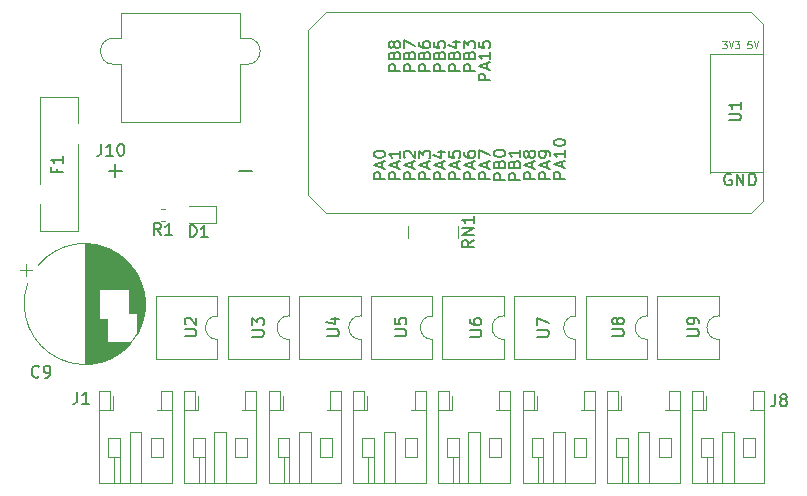
<source format=gto>
G04 #@! TF.GenerationSoftware,KiCad,Pcbnew,(5.1.5)-3*
G04 #@! TF.CreationDate,2020-11-15T00:32:02+09:00*
G04 #@! TF.ProjectId,shield_servo_adc_sw_gpio_led,73686965-6c64-45f7-9365-72766f5f6164,rev?*
G04 #@! TF.SameCoordinates,PXb532b80PY717cbc0*
G04 #@! TF.FileFunction,Legend,Top*
G04 #@! TF.FilePolarity,Positive*
%FSLAX46Y46*%
G04 Gerber Fmt 4.6, Leading zero omitted, Abs format (unit mm)*
G04 Created by KiCad (PCBNEW (5.1.5)-3) date 2020-11-15 00:32:02*
%MOMM*%
%LPD*%
G04 APERTURE LIST*
%ADD10C,2.000000*%
%ADD11C,2.500000*%
%ADD12C,0.120000*%
%ADD13C,0.150000*%
%ADD14C,0.100000*%
%ADD15R,0.402000X0.902000*%
%ADD16O,1.302000X1.852000*%
%ADD17O,1.702000X1.702000*%
%ADD18R,1.702000X1.702000*%
%ADD19C,3.302000*%
%ADD20C,2.112000*%
%ADD21C,1.102000*%
%ADD22C,3.602000*%
%ADD23R,3.602000X3.602000*%
%ADD24C,1.502000*%
%ADD25C,2.102000*%
%ADD26R,2.102000X2.102000*%
G04 APERTURE END LIST*
D10*
D11*
D12*
X12054721Y-17655000D02*
X12380279Y-17655000D01*
X12054721Y-16635000D02*
X12380279Y-16635000D01*
X16725000Y-16410000D02*
X14440000Y-16410000D01*
X16725000Y-17880000D02*
X16725000Y-16410000D01*
X14440000Y-17880000D02*
X16725000Y-17880000D01*
X37220000Y-19100000D02*
X37220000Y-18100000D01*
X32980000Y-19100000D02*
X32980000Y-18100000D01*
X58220000Y-33680000D02*
X58220000Y-32465000D01*
X58280000Y-37640000D02*
X58280000Y-39900000D01*
X58780000Y-37640000D02*
X58780000Y-39900000D01*
X61380000Y-36040000D02*
X62380000Y-36040000D01*
X61380000Y-37640000D02*
X61380000Y-36040000D01*
X62380000Y-37640000D02*
X61380000Y-37640000D01*
X62380000Y-36040000D02*
X62380000Y-37640000D01*
X58780000Y-36040000D02*
X57780000Y-36040000D01*
X58780000Y-37640000D02*
X58780000Y-36040000D01*
X57780000Y-37640000D02*
X58780000Y-37640000D01*
X57780000Y-36040000D02*
X57780000Y-37640000D01*
X63140000Y-33680000D02*
X62220000Y-33680000D01*
X57020000Y-33680000D02*
X57940000Y-33680000D01*
X60580000Y-35540000D02*
X60580000Y-39900000D01*
X59580000Y-35540000D02*
X60580000Y-35540000D01*
X59580000Y-39900000D02*
X59580000Y-35540000D01*
X62220000Y-33680000D02*
X61940000Y-33680000D01*
X62220000Y-32080000D02*
X62220000Y-33680000D01*
X63140000Y-32080000D02*
X62220000Y-32080000D01*
X63140000Y-39900000D02*
X63140000Y-32080000D01*
X57020000Y-39900000D02*
X63140000Y-39900000D01*
X57020000Y-32080000D02*
X57020000Y-39900000D01*
X57940000Y-32080000D02*
X57020000Y-32080000D01*
X57940000Y-33680000D02*
X57940000Y-32080000D01*
X58220000Y-33680000D02*
X57940000Y-33680000D01*
X51051426Y-33680000D02*
X51051426Y-32465000D01*
X51111426Y-37640000D02*
X51111426Y-39900000D01*
X51611426Y-37640000D02*
X51611426Y-39900000D01*
X54211426Y-36040000D02*
X55211426Y-36040000D01*
X54211426Y-37640000D02*
X54211426Y-36040000D01*
X55211426Y-37640000D02*
X54211426Y-37640000D01*
X55211426Y-36040000D02*
X55211426Y-37640000D01*
X51611426Y-36040000D02*
X50611426Y-36040000D01*
X51611426Y-37640000D02*
X51611426Y-36040000D01*
X50611426Y-37640000D02*
X51611426Y-37640000D01*
X50611426Y-36040000D02*
X50611426Y-37640000D01*
X55971426Y-33680000D02*
X55051426Y-33680000D01*
X49851426Y-33680000D02*
X50771426Y-33680000D01*
X53411426Y-35540000D02*
X53411426Y-39900000D01*
X52411426Y-35540000D02*
X53411426Y-35540000D01*
X52411426Y-39900000D02*
X52411426Y-35540000D01*
X55051426Y-33680000D02*
X54771426Y-33680000D01*
X55051426Y-32080000D02*
X55051426Y-33680000D01*
X55971426Y-32080000D02*
X55051426Y-32080000D01*
X55971426Y-39900000D02*
X55971426Y-32080000D01*
X49851426Y-39900000D02*
X55971426Y-39900000D01*
X49851426Y-32080000D02*
X49851426Y-39900000D01*
X50771426Y-32080000D02*
X49851426Y-32080000D01*
X50771426Y-33680000D02*
X50771426Y-32080000D01*
X51051426Y-33680000D02*
X50771426Y-33680000D01*
X43882855Y-33680000D02*
X43882855Y-32465000D01*
X43942855Y-37640000D02*
X43942855Y-39900000D01*
X44442855Y-37640000D02*
X44442855Y-39900000D01*
X47042855Y-36040000D02*
X48042855Y-36040000D01*
X47042855Y-37640000D02*
X47042855Y-36040000D01*
X48042855Y-37640000D02*
X47042855Y-37640000D01*
X48042855Y-36040000D02*
X48042855Y-37640000D01*
X44442855Y-36040000D02*
X43442855Y-36040000D01*
X44442855Y-37640000D02*
X44442855Y-36040000D01*
X43442855Y-37640000D02*
X44442855Y-37640000D01*
X43442855Y-36040000D02*
X43442855Y-37640000D01*
X48802855Y-33680000D02*
X47882855Y-33680000D01*
X42682855Y-33680000D02*
X43602855Y-33680000D01*
X46242855Y-35540000D02*
X46242855Y-39900000D01*
X45242855Y-35540000D02*
X46242855Y-35540000D01*
X45242855Y-39900000D02*
X45242855Y-35540000D01*
X47882855Y-33680000D02*
X47602855Y-33680000D01*
X47882855Y-32080000D02*
X47882855Y-33680000D01*
X48802855Y-32080000D02*
X47882855Y-32080000D01*
X48802855Y-39900000D02*
X48802855Y-32080000D01*
X42682855Y-39900000D02*
X48802855Y-39900000D01*
X42682855Y-32080000D02*
X42682855Y-39900000D01*
X43602855Y-32080000D02*
X42682855Y-32080000D01*
X43602855Y-33680000D02*
X43602855Y-32080000D01*
X43882855Y-33680000D02*
X43602855Y-33680000D01*
X36714284Y-33680000D02*
X36714284Y-32465000D01*
X36774284Y-37640000D02*
X36774284Y-39900000D01*
X37274284Y-37640000D02*
X37274284Y-39900000D01*
X39874284Y-36040000D02*
X40874284Y-36040000D01*
X39874284Y-37640000D02*
X39874284Y-36040000D01*
X40874284Y-37640000D02*
X39874284Y-37640000D01*
X40874284Y-36040000D02*
X40874284Y-37640000D01*
X37274284Y-36040000D02*
X36274284Y-36040000D01*
X37274284Y-37640000D02*
X37274284Y-36040000D01*
X36274284Y-37640000D02*
X37274284Y-37640000D01*
X36274284Y-36040000D02*
X36274284Y-37640000D01*
X41634284Y-33680000D02*
X40714284Y-33680000D01*
X35514284Y-33680000D02*
X36434284Y-33680000D01*
X39074284Y-35540000D02*
X39074284Y-39900000D01*
X38074284Y-35540000D02*
X39074284Y-35540000D01*
X38074284Y-39900000D02*
X38074284Y-35540000D01*
X40714284Y-33680000D02*
X40434284Y-33680000D01*
X40714284Y-32080000D02*
X40714284Y-33680000D01*
X41634284Y-32080000D02*
X40714284Y-32080000D01*
X41634284Y-39900000D02*
X41634284Y-32080000D01*
X35514284Y-39900000D02*
X41634284Y-39900000D01*
X35514284Y-32080000D02*
X35514284Y-39900000D01*
X36434284Y-32080000D02*
X35514284Y-32080000D01*
X36434284Y-33680000D02*
X36434284Y-32080000D01*
X36714284Y-33680000D02*
X36434284Y-33680000D01*
X29545713Y-33680000D02*
X29545713Y-32465000D01*
X29605713Y-37640000D02*
X29605713Y-39900000D01*
X30105713Y-37640000D02*
X30105713Y-39900000D01*
X32705713Y-36040000D02*
X33705713Y-36040000D01*
X32705713Y-37640000D02*
X32705713Y-36040000D01*
X33705713Y-37640000D02*
X32705713Y-37640000D01*
X33705713Y-36040000D02*
X33705713Y-37640000D01*
X30105713Y-36040000D02*
X29105713Y-36040000D01*
X30105713Y-37640000D02*
X30105713Y-36040000D01*
X29105713Y-37640000D02*
X30105713Y-37640000D01*
X29105713Y-36040000D02*
X29105713Y-37640000D01*
X34465713Y-33680000D02*
X33545713Y-33680000D01*
X28345713Y-33680000D02*
X29265713Y-33680000D01*
X31905713Y-35540000D02*
X31905713Y-39900000D01*
X30905713Y-35540000D02*
X31905713Y-35540000D01*
X30905713Y-39900000D02*
X30905713Y-35540000D01*
X33545713Y-33680000D02*
X33265713Y-33680000D01*
X33545713Y-32080000D02*
X33545713Y-33680000D01*
X34465713Y-32080000D02*
X33545713Y-32080000D01*
X34465713Y-39900000D02*
X34465713Y-32080000D01*
X28345713Y-39900000D02*
X34465713Y-39900000D01*
X28345713Y-32080000D02*
X28345713Y-39900000D01*
X29265713Y-32080000D02*
X28345713Y-32080000D01*
X29265713Y-33680000D02*
X29265713Y-32080000D01*
X29545713Y-33680000D02*
X29265713Y-33680000D01*
X22377142Y-33680000D02*
X22377142Y-32465000D01*
X22437142Y-37640000D02*
X22437142Y-39900000D01*
X22937142Y-37640000D02*
X22937142Y-39900000D01*
X25537142Y-36040000D02*
X26537142Y-36040000D01*
X25537142Y-37640000D02*
X25537142Y-36040000D01*
X26537142Y-37640000D02*
X25537142Y-37640000D01*
X26537142Y-36040000D02*
X26537142Y-37640000D01*
X22937142Y-36040000D02*
X21937142Y-36040000D01*
X22937142Y-37640000D02*
X22937142Y-36040000D01*
X21937142Y-37640000D02*
X22937142Y-37640000D01*
X21937142Y-36040000D02*
X21937142Y-37640000D01*
X27297142Y-33680000D02*
X26377142Y-33680000D01*
X21177142Y-33680000D02*
X22097142Y-33680000D01*
X24737142Y-35540000D02*
X24737142Y-39900000D01*
X23737142Y-35540000D02*
X24737142Y-35540000D01*
X23737142Y-39900000D02*
X23737142Y-35540000D01*
X26377142Y-33680000D02*
X26097142Y-33680000D01*
X26377142Y-32080000D02*
X26377142Y-33680000D01*
X27297142Y-32080000D02*
X26377142Y-32080000D01*
X27297142Y-39900000D02*
X27297142Y-32080000D01*
X21177142Y-39900000D02*
X27297142Y-39900000D01*
X21177142Y-32080000D02*
X21177142Y-39900000D01*
X22097142Y-32080000D02*
X21177142Y-32080000D01*
X22097142Y-33680000D02*
X22097142Y-32080000D01*
X22377142Y-33680000D02*
X22097142Y-33680000D01*
X15208571Y-33680000D02*
X15208571Y-32465000D01*
X15268571Y-37640000D02*
X15268571Y-39900000D01*
X15768571Y-37640000D02*
X15768571Y-39900000D01*
X18368571Y-36040000D02*
X19368571Y-36040000D01*
X18368571Y-37640000D02*
X18368571Y-36040000D01*
X19368571Y-37640000D02*
X18368571Y-37640000D01*
X19368571Y-36040000D02*
X19368571Y-37640000D01*
X15768571Y-36040000D02*
X14768571Y-36040000D01*
X15768571Y-37640000D02*
X15768571Y-36040000D01*
X14768571Y-37640000D02*
X15768571Y-37640000D01*
X14768571Y-36040000D02*
X14768571Y-37640000D01*
X20128571Y-33680000D02*
X19208571Y-33680000D01*
X14008571Y-33680000D02*
X14928571Y-33680000D01*
X17568571Y-35540000D02*
X17568571Y-39900000D01*
X16568571Y-35540000D02*
X17568571Y-35540000D01*
X16568571Y-39900000D02*
X16568571Y-35540000D01*
X19208571Y-33680000D02*
X18928571Y-33680000D01*
X19208571Y-32080000D02*
X19208571Y-33680000D01*
X20128571Y-32080000D02*
X19208571Y-32080000D01*
X20128571Y-39900000D02*
X20128571Y-32080000D01*
X14008571Y-39900000D02*
X20128571Y-39900000D01*
X14008571Y-32080000D02*
X14008571Y-39900000D01*
X14928571Y-32080000D02*
X14008571Y-32080000D01*
X14928571Y-33680000D02*
X14928571Y-32080000D01*
X15208571Y-33680000D02*
X14928571Y-33680000D01*
X8040000Y-33680000D02*
X8040000Y-32465000D01*
X8100000Y-37640000D02*
X8100000Y-39900000D01*
X8600000Y-37640000D02*
X8600000Y-39900000D01*
X11200000Y-36040000D02*
X12200000Y-36040000D01*
X11200000Y-37640000D02*
X11200000Y-36040000D01*
X12200000Y-37640000D02*
X11200000Y-37640000D01*
X12200000Y-36040000D02*
X12200000Y-37640000D01*
X8600000Y-36040000D02*
X7600000Y-36040000D01*
X8600000Y-37640000D02*
X8600000Y-36040000D01*
X7600000Y-37640000D02*
X8600000Y-37640000D01*
X7600000Y-36040000D02*
X7600000Y-37640000D01*
X12960000Y-33680000D02*
X12040000Y-33680000D01*
X6840000Y-33680000D02*
X7760000Y-33680000D01*
X10400000Y-35540000D02*
X10400000Y-39900000D01*
X9400000Y-35540000D02*
X10400000Y-35540000D01*
X9400000Y-39900000D02*
X9400000Y-35540000D01*
X12040000Y-33680000D02*
X11760000Y-33680000D01*
X12040000Y-32080000D02*
X12040000Y-33680000D01*
X12960000Y-32080000D02*
X12040000Y-32080000D01*
X12960000Y-39900000D02*
X12960000Y-32080000D01*
X6840000Y-39900000D02*
X12960000Y-39900000D01*
X6840000Y-32080000D02*
X6840000Y-39900000D01*
X7760000Y-32080000D02*
X6840000Y-32080000D01*
X7760000Y-33680000D02*
X7760000Y-32080000D01*
X8040000Y-33680000D02*
X7760000Y-33680000D01*
X59289375Y-29360000D02*
X59289375Y-27710000D01*
X54089375Y-29360000D02*
X59289375Y-29360000D01*
X54089375Y-24060000D02*
X54089375Y-29360000D01*
X59289375Y-24060000D02*
X54089375Y-24060000D01*
X59289375Y-25710000D02*
X59289375Y-24060000D01*
X59289375Y-27710000D02*
G75*
G02X59289375Y-25710000I0J1000000D01*
G01*
X53223750Y-29360000D02*
X53223750Y-27710000D01*
X48023750Y-29360000D02*
X53223750Y-29360000D01*
X48023750Y-24060000D02*
X48023750Y-29360000D01*
X53223750Y-24060000D02*
X48023750Y-24060000D01*
X53223750Y-25710000D02*
X53223750Y-24060000D01*
X53223750Y-27710000D02*
G75*
G02X53223750Y-25710000I0J1000000D01*
G01*
X47158125Y-29360000D02*
X47158125Y-27710000D01*
X41958125Y-29360000D02*
X47158125Y-29360000D01*
X41958125Y-24060000D02*
X41958125Y-29360000D01*
X47158125Y-24060000D02*
X41958125Y-24060000D01*
X47158125Y-25710000D02*
X47158125Y-24060000D01*
X47158125Y-27710000D02*
G75*
G02X47158125Y-25710000I0J1000000D01*
G01*
X41092500Y-29360000D02*
X41092500Y-27710000D01*
X35892500Y-29360000D02*
X41092500Y-29360000D01*
X35892500Y-24060000D02*
X35892500Y-29360000D01*
X41092500Y-24060000D02*
X35892500Y-24060000D01*
X41092500Y-25710000D02*
X41092500Y-24060000D01*
X41092500Y-27710000D02*
G75*
G02X41092500Y-25710000I0J1000000D01*
G01*
X35026875Y-29360000D02*
X35026875Y-27710000D01*
X29826875Y-29360000D02*
X35026875Y-29360000D01*
X29826875Y-24060000D02*
X29826875Y-29360000D01*
X35026875Y-24060000D02*
X29826875Y-24060000D01*
X35026875Y-25710000D02*
X35026875Y-24060000D01*
X35026875Y-27710000D02*
G75*
G02X35026875Y-25710000I0J1000000D01*
G01*
X28961250Y-29360000D02*
X28961250Y-27710000D01*
X23761250Y-29360000D02*
X28961250Y-29360000D01*
X23761250Y-24060000D02*
X23761250Y-29360000D01*
X28961250Y-24060000D02*
X23761250Y-24060000D01*
X28961250Y-25710000D02*
X28961250Y-24060000D01*
X28961250Y-27710000D02*
G75*
G02X28961250Y-25710000I0J1000000D01*
G01*
X22895625Y-29360000D02*
X22895625Y-27710000D01*
X17695625Y-29360000D02*
X22895625Y-29360000D01*
X17695625Y-24060000D02*
X17695625Y-29360000D01*
X22895625Y-24060000D02*
X17695625Y-24060000D01*
X22895625Y-25710000D02*
X22895625Y-24060000D01*
X22895625Y-27710000D02*
G75*
G02X22895625Y-25710000I0J1000000D01*
G01*
X16830000Y-29360000D02*
X16830000Y-27710000D01*
X11630000Y-29360000D02*
X16830000Y-29360000D01*
X11630000Y-24060000D02*
X11630000Y-29360000D01*
X16830000Y-24060000D02*
X11630000Y-24060000D01*
X16830000Y-25710000D02*
X16830000Y-24060000D01*
X16830000Y-27710000D02*
G75*
G02X16830000Y-25710000I0J1000000D01*
G01*
X1800000Y-7150000D02*
X5000000Y-7150000D01*
X1800000Y-18550000D02*
X5000000Y-18550000D01*
X5000000Y-9421000D02*
X5000000Y-7150000D01*
X5000000Y-18550000D02*
X5000000Y-11178000D01*
X1800000Y-14521000D02*
X1800000Y-7150000D01*
X1800000Y-18550000D02*
X1800000Y-16279000D01*
X58550000Y-13500000D02*
X63000000Y-13500000D01*
X58550000Y-3500000D02*
X58550000Y-13580000D01*
X63000000Y-3500000D02*
X58550000Y-3500000D01*
X26000000Y0D02*
X24500000Y-1500000D01*
X62000000Y0D02*
X26000000Y0D01*
X63000000Y-1000000D02*
X62000000Y0D01*
X63000000Y-16000000D02*
X63000000Y-1000000D01*
X62000000Y-17000000D02*
X63000000Y-16000000D01*
X26000000Y-17000000D02*
X62000000Y-17000000D01*
X24500000Y-15500000D02*
X26000000Y-17000000D01*
X24500000Y-1500000D02*
X24500000Y-15500000D01*
X19350000Y-2190000D02*
G75*
G02X19350000Y-4410000I0J-1110000D01*
G01*
X8050000Y-4410000D02*
G75*
G02X8050000Y-2190000I0J1110000D01*
G01*
X18760000Y-90000D02*
X18760000Y-2190000D01*
X8050000Y-4410000D02*
X8640000Y-4410000D01*
X8050000Y-2190000D02*
X8640000Y-2190000D01*
X18760000Y-2190000D02*
X19350000Y-2190000D01*
X18760000Y-4410000D02*
X19350000Y-4410000D01*
X18760000Y-4410000D02*
X18760000Y-9310000D01*
X8640000Y-90000D02*
X8640000Y-2190000D01*
X8640000Y-4410000D02*
X8640000Y-9310000D01*
X8640000Y-9310000D02*
X18760000Y-9310000D01*
X8640000Y-90000D02*
X18760000Y-90000D01*
X620354Y-21325000D02*
X620354Y-22325000D01*
X120354Y-21825000D02*
X1120354Y-21825000D01*
X10681000Y-24101000D02*
X10681000Y-25299000D01*
X10641000Y-23838000D02*
X10641000Y-25562000D01*
X10601000Y-23638000D02*
X10601000Y-25762000D01*
X10561000Y-23470000D02*
X10561000Y-25930000D01*
X10521000Y-23322000D02*
X10521000Y-26078000D01*
X10481000Y-23190000D02*
X10481000Y-26210000D01*
X10441000Y-23070000D02*
X10441000Y-26330000D01*
X10401000Y-22958000D02*
X10401000Y-26442000D01*
X10361000Y-22854000D02*
X10361000Y-26546000D01*
X10321000Y-22756000D02*
X10321000Y-26644000D01*
X10281000Y-22663000D02*
X10281000Y-26737000D01*
X10241000Y-22575000D02*
X10241000Y-26825000D01*
X10201000Y-22491000D02*
X10201000Y-26909000D01*
X10161000Y-22411000D02*
X10161000Y-26989000D01*
X10121000Y-22335000D02*
X10121000Y-27065000D01*
X10081000Y-22261000D02*
X10081000Y-27139000D01*
X10041000Y-22190000D02*
X10041000Y-27210000D01*
X10001000Y-22121000D02*
X10001000Y-25460000D01*
X9961000Y-22055000D02*
X9961000Y-25460000D01*
X9921000Y-21991000D02*
X9921000Y-25460000D01*
X9881000Y-21930000D02*
X9881000Y-25460000D01*
X9841000Y-21870000D02*
X9841000Y-25460000D01*
X9801000Y-21811000D02*
X9801000Y-25460000D01*
X9761000Y-21755000D02*
X9761000Y-25460000D01*
X9721000Y-21700000D02*
X9721000Y-25460000D01*
X9681000Y-21646000D02*
X9681000Y-25460000D01*
X9641000Y-21594000D02*
X9641000Y-25460000D01*
X9601000Y-21544000D02*
X9601000Y-25460000D01*
X9561000Y-21494000D02*
X9561000Y-25460000D01*
X9521000Y-27940000D02*
X9521000Y-27954000D01*
X9521000Y-21446000D02*
X9521000Y-25460000D01*
X9481000Y-27940000D02*
X9481000Y-28001000D01*
X9481000Y-21399000D02*
X9481000Y-25460000D01*
X9441000Y-27940000D02*
X9441000Y-28047000D01*
X9441000Y-21353000D02*
X9441000Y-25460000D01*
X9401000Y-27940000D02*
X9401000Y-28092000D01*
X9401000Y-21308000D02*
X9401000Y-25460000D01*
X9361000Y-27940000D02*
X9361000Y-28136000D01*
X9361000Y-21264000D02*
X9361000Y-25460000D01*
X9321000Y-27940000D02*
X9321000Y-28178000D01*
X9321000Y-21222000D02*
X9321000Y-23459000D01*
X9281000Y-27940000D02*
X9281000Y-28220000D01*
X9281000Y-21180000D02*
X9281000Y-23459000D01*
X9241000Y-27940000D02*
X9241000Y-28261000D01*
X9241000Y-21139000D02*
X9241000Y-23459000D01*
X9201000Y-27940000D02*
X9201000Y-28301000D01*
X9201000Y-21099000D02*
X9201000Y-23459000D01*
X9161000Y-27940000D02*
X9161000Y-28340000D01*
X9161000Y-21060000D02*
X9161000Y-23459000D01*
X9121000Y-27940000D02*
X9121000Y-28379000D01*
X9121000Y-21021000D02*
X9121000Y-23459000D01*
X9081000Y-27940000D02*
X9081000Y-28416000D01*
X9081000Y-20984000D02*
X9081000Y-23459000D01*
X9041000Y-27940000D02*
X9041000Y-28453000D01*
X9041000Y-20947000D02*
X9041000Y-23459000D01*
X9001000Y-27940000D02*
X9001000Y-28489000D01*
X9001000Y-20911000D02*
X9001000Y-23459000D01*
X8961000Y-27940000D02*
X8961000Y-28524000D01*
X8961000Y-20876000D02*
X8961000Y-23459000D01*
X8921000Y-27940000D02*
X8921000Y-28558000D01*
X8921000Y-20842000D02*
X8921000Y-23459000D01*
X8881000Y-27940000D02*
X8881000Y-28592000D01*
X8881000Y-20808000D02*
X8881000Y-23459000D01*
X8841000Y-27940000D02*
X8841000Y-28625000D01*
X8841000Y-20775000D02*
X8841000Y-23459000D01*
X8801000Y-27940000D02*
X8801000Y-28657000D01*
X8801000Y-20743000D02*
X8801000Y-23459000D01*
X8761000Y-27940000D02*
X8761000Y-28689000D01*
X8761000Y-20711000D02*
X8761000Y-23459000D01*
X8721000Y-27940000D02*
X8721000Y-28720000D01*
X8721000Y-20680000D02*
X8721000Y-23459000D01*
X8681000Y-27940000D02*
X8681000Y-28750000D01*
X8681000Y-20650000D02*
X8681000Y-23459000D01*
X8641000Y-27940000D02*
X8641000Y-28780000D01*
X8641000Y-20620000D02*
X8641000Y-23459000D01*
X8601000Y-27940000D02*
X8601000Y-28810000D01*
X8601000Y-20590000D02*
X8601000Y-23459000D01*
X8561000Y-27940000D02*
X8561000Y-28838000D01*
X8561000Y-20562000D02*
X8561000Y-23459000D01*
X8521000Y-27940000D02*
X8521000Y-28866000D01*
X8521000Y-20534000D02*
X8521000Y-23459000D01*
X8481000Y-27940000D02*
X8481000Y-28894000D01*
X8481000Y-20506000D02*
X8481000Y-23459000D01*
X8441000Y-27940000D02*
X8441000Y-28921000D01*
X8441000Y-20479000D02*
X8441000Y-23459000D01*
X8401000Y-27940000D02*
X8401000Y-28947000D01*
X8401000Y-20453000D02*
X8401000Y-23459000D01*
X8361000Y-27940000D02*
X8361000Y-28973000D01*
X8361000Y-20427000D02*
X8361000Y-23459000D01*
X8321000Y-27940000D02*
X8321000Y-28998000D01*
X8321000Y-20402000D02*
X8321000Y-23459000D01*
X8281000Y-27940000D02*
X8281000Y-29023000D01*
X8281000Y-20377000D02*
X8281000Y-23459000D01*
X8241000Y-27940000D02*
X8241000Y-29047000D01*
X8241000Y-20353000D02*
X8241000Y-23459000D01*
X8201000Y-27940000D02*
X8201000Y-29071000D01*
X8201000Y-20329000D02*
X8201000Y-23459000D01*
X8161000Y-27940000D02*
X8161000Y-29095000D01*
X8161000Y-20305000D02*
X8161000Y-23459000D01*
X8121000Y-27940000D02*
X8121000Y-29117000D01*
X8121000Y-20283000D02*
X8121000Y-23459000D01*
X8081000Y-27940000D02*
X8081000Y-29140000D01*
X8081000Y-20260000D02*
X8081000Y-23459000D01*
X8041000Y-27940000D02*
X8041000Y-29162000D01*
X8041000Y-20238000D02*
X8041000Y-23459000D01*
X8001000Y-27940000D02*
X8001000Y-29183000D01*
X8001000Y-20217000D02*
X8001000Y-23459000D01*
X7961000Y-27940000D02*
X7961000Y-29204000D01*
X7961000Y-20196000D02*
X7961000Y-23459000D01*
X7921000Y-27940000D02*
X7921000Y-29225000D01*
X7921000Y-20175000D02*
X7921000Y-23459000D01*
X7881000Y-27940000D02*
X7881000Y-29245000D01*
X7881000Y-20155000D02*
X7881000Y-23459000D01*
X7841000Y-27940000D02*
X7841000Y-29264000D01*
X7841000Y-20136000D02*
X7841000Y-23459000D01*
X7801000Y-27940000D02*
X7801000Y-29284000D01*
X7801000Y-20116000D02*
X7801000Y-23459000D01*
X7761000Y-27940000D02*
X7761000Y-29303000D01*
X7761000Y-20097000D02*
X7761000Y-23459000D01*
X7721000Y-27940000D02*
X7721000Y-29321000D01*
X7721000Y-20079000D02*
X7721000Y-23459000D01*
X7681000Y-27940000D02*
X7681000Y-29339000D01*
X7681000Y-20061000D02*
X7681000Y-23459000D01*
X7641000Y-27940000D02*
X7641000Y-29357000D01*
X7641000Y-20043000D02*
X7641000Y-23459000D01*
X7601000Y-27940000D02*
X7601000Y-29374000D01*
X7601000Y-20026000D02*
X7601000Y-23459000D01*
X7561000Y-27940000D02*
X7561000Y-29390000D01*
X7561000Y-20010000D02*
X7561000Y-23459000D01*
X7521000Y-25941000D02*
X7521000Y-29407000D01*
X7521000Y-19993000D02*
X7521000Y-23459000D01*
X7481000Y-25941000D02*
X7481000Y-29423000D01*
X7481000Y-19977000D02*
X7481000Y-23459000D01*
X7441000Y-25941000D02*
X7441000Y-29438000D01*
X7441000Y-19962000D02*
X7441000Y-23459000D01*
X7401000Y-25941000D02*
X7401000Y-29454000D01*
X7401000Y-19946000D02*
X7401000Y-23459000D01*
X7361000Y-25941000D02*
X7361000Y-29468000D01*
X7361000Y-19932000D02*
X7361000Y-23459000D01*
X7321000Y-25941000D02*
X7321000Y-29483000D01*
X7321000Y-19917000D02*
X7321000Y-23459000D01*
X7281000Y-25941000D02*
X7281000Y-29497000D01*
X7281000Y-19903000D02*
X7281000Y-23459000D01*
X7241000Y-25941000D02*
X7241000Y-29511000D01*
X7241000Y-19889000D02*
X7241000Y-23459000D01*
X7201000Y-25941000D02*
X7201000Y-29524000D01*
X7201000Y-19876000D02*
X7201000Y-23459000D01*
X7161000Y-25941000D02*
X7161000Y-29537000D01*
X7161000Y-19863000D02*
X7161000Y-23459000D01*
X7121000Y-25941000D02*
X7121000Y-29550000D01*
X7121000Y-19850000D02*
X7121000Y-23459000D01*
X7081000Y-25941000D02*
X7081000Y-29562000D01*
X7081000Y-19838000D02*
X7081000Y-23459000D01*
X7041000Y-25941000D02*
X7041000Y-29574000D01*
X7041000Y-19826000D02*
X7041000Y-23459000D01*
X7001000Y-25941000D02*
X7001000Y-29585000D01*
X7001000Y-19815000D02*
X7001000Y-23459000D01*
X6961000Y-25941000D02*
X6961000Y-29597000D01*
X6961000Y-19803000D02*
X6961000Y-23459000D01*
X6921000Y-25941000D02*
X6921000Y-29607000D01*
X6921000Y-19793000D02*
X6921000Y-23459000D01*
X6881000Y-25941000D02*
X6881000Y-29618000D01*
X6881000Y-19782000D02*
X6881000Y-23459000D01*
X6841000Y-19772000D02*
X6841000Y-29628000D01*
X6801000Y-19762000D02*
X6801000Y-29638000D01*
X6761000Y-19753000D02*
X6761000Y-29647000D01*
X6721000Y-19744000D02*
X6721000Y-29656000D01*
X6681000Y-19735000D02*
X6681000Y-29665000D01*
X6641000Y-19726000D02*
X6641000Y-29674000D01*
X6601000Y-19718000D02*
X6601000Y-29682000D01*
X6561000Y-19710000D02*
X6561000Y-29690000D01*
X6521000Y-19703000D02*
X6521000Y-29697000D01*
X6481000Y-19696000D02*
X6481000Y-29704000D01*
X6441000Y-19689000D02*
X6441000Y-29711000D01*
X6401000Y-19682000D02*
X6401000Y-29718000D01*
X6361000Y-19676000D02*
X6361000Y-29724000D01*
X6321000Y-19670000D02*
X6321000Y-29730000D01*
X6280000Y-19665000D02*
X6280000Y-29735000D01*
X6240000Y-19660000D02*
X6240000Y-29740000D01*
X6200000Y-19655000D02*
X6200000Y-29745000D01*
X6160000Y-19650000D02*
X6160000Y-29750000D01*
X6120000Y-19646000D02*
X6120000Y-29754000D01*
X6080000Y-19642000D02*
X6080000Y-29758000D01*
X6040000Y-19638000D02*
X6040000Y-29762000D01*
X6000000Y-19635000D02*
X6000000Y-29765000D01*
X5960000Y-19632000D02*
X5960000Y-29768000D01*
X5920000Y-19630000D02*
X5920000Y-29770000D01*
X5880000Y-19627000D02*
X5880000Y-29773000D01*
X5840000Y-19625000D02*
X5840000Y-29775000D01*
X5800000Y-19623000D02*
X5800000Y-29777000D01*
X5760000Y-19622000D02*
X5760000Y-29778000D01*
X5720000Y-19621000D02*
X5720000Y-29779000D01*
X5680000Y-19620000D02*
X5680000Y-29780000D01*
X5640000Y-19620000D02*
X5640000Y-29780000D01*
X5600000Y-19620000D02*
X5600000Y-29780000D01*
X775096Y-22986902D02*
G75*
G03X1651988Y-21440000I4824904J-1713098D01*
G01*
D13*
X12050833Y-18867380D02*
X11717500Y-18391190D01*
X11479404Y-18867380D02*
X11479404Y-17867380D01*
X11860357Y-17867380D01*
X11955595Y-17915000D01*
X12003214Y-17962619D01*
X12050833Y-18057857D01*
X12050833Y-18200714D01*
X12003214Y-18295952D01*
X11955595Y-18343571D01*
X11860357Y-18391190D01*
X11479404Y-18391190D01*
X13003214Y-18867380D02*
X12431785Y-18867380D01*
X12717500Y-18867380D02*
X12717500Y-17867380D01*
X12622261Y-18010238D01*
X12527023Y-18105476D01*
X12431785Y-18153095D01*
X14501904Y-19027380D02*
X14501904Y-18027380D01*
X14740000Y-18027380D01*
X14882857Y-18075000D01*
X14978095Y-18170238D01*
X15025714Y-18265476D01*
X15073333Y-18455952D01*
X15073333Y-18598809D01*
X15025714Y-18789285D01*
X14978095Y-18884523D01*
X14882857Y-18979761D01*
X14740000Y-19027380D01*
X14501904Y-19027380D01*
X16025714Y-19027380D02*
X15454285Y-19027380D01*
X15740000Y-19027380D02*
X15740000Y-18027380D01*
X15644761Y-18170238D01*
X15549523Y-18265476D01*
X15454285Y-18313095D01*
X38552380Y-19290476D02*
X38076190Y-19623809D01*
X38552380Y-19861904D02*
X37552380Y-19861904D01*
X37552380Y-19480952D01*
X37600000Y-19385714D01*
X37647619Y-19338095D01*
X37742857Y-19290476D01*
X37885714Y-19290476D01*
X37980952Y-19338095D01*
X38028571Y-19385714D01*
X38076190Y-19480952D01*
X38076190Y-19861904D01*
X38552380Y-18861904D02*
X37552380Y-18861904D01*
X38552380Y-18290476D01*
X37552380Y-18290476D01*
X38552380Y-17290476D02*
X38552380Y-17861904D01*
X38552380Y-17576190D02*
X37552380Y-17576190D01*
X37695238Y-17671428D01*
X37790476Y-17766666D01*
X37838095Y-17861904D01*
X64066666Y-32352380D02*
X64066666Y-33066666D01*
X64019047Y-33209523D01*
X63923809Y-33304761D01*
X63780952Y-33352380D01*
X63685714Y-33352380D01*
X64685714Y-32780952D02*
X64590476Y-32733333D01*
X64542857Y-32685714D01*
X64495238Y-32590476D01*
X64495238Y-32542857D01*
X64542857Y-32447619D01*
X64590476Y-32400000D01*
X64685714Y-32352380D01*
X64876190Y-32352380D01*
X64971428Y-32400000D01*
X65019047Y-32447619D01*
X65066666Y-32542857D01*
X65066666Y-32590476D01*
X65019047Y-32685714D01*
X64971428Y-32733333D01*
X64876190Y-32780952D01*
X64685714Y-32780952D01*
X64590476Y-32828571D01*
X64542857Y-32876190D01*
X64495238Y-32971428D01*
X64495238Y-33161904D01*
X64542857Y-33257142D01*
X64590476Y-33304761D01*
X64685714Y-33352380D01*
X64876190Y-33352380D01*
X64971428Y-33304761D01*
X65019047Y-33257142D01*
X65066666Y-33161904D01*
X65066666Y-32971428D01*
X65019047Y-32876190D01*
X64971428Y-32828571D01*
X64876190Y-32780952D01*
X4966666Y-32152380D02*
X4966666Y-32866666D01*
X4919047Y-33009523D01*
X4823809Y-33104761D01*
X4680952Y-33152380D01*
X4585714Y-33152380D01*
X5966666Y-33152380D02*
X5395238Y-33152380D01*
X5680952Y-33152380D02*
X5680952Y-32152380D01*
X5585714Y-32295238D01*
X5490476Y-32390476D01*
X5395238Y-32438095D01*
X56602380Y-27431904D02*
X57411904Y-27431904D01*
X57507142Y-27384285D01*
X57554761Y-27336666D01*
X57602380Y-27241428D01*
X57602380Y-27050952D01*
X57554761Y-26955714D01*
X57507142Y-26908095D01*
X57411904Y-26860476D01*
X56602380Y-26860476D01*
X57602380Y-26336666D02*
X57602380Y-26146190D01*
X57554761Y-26050952D01*
X57507142Y-26003333D01*
X57364285Y-25908095D01*
X57173809Y-25860476D01*
X56792857Y-25860476D01*
X56697619Y-25908095D01*
X56650000Y-25955714D01*
X56602380Y-26050952D01*
X56602380Y-26241428D01*
X56650000Y-26336666D01*
X56697619Y-26384285D01*
X56792857Y-26431904D01*
X57030952Y-26431904D01*
X57126190Y-26384285D01*
X57173809Y-26336666D01*
X57221428Y-26241428D01*
X57221428Y-26050952D01*
X57173809Y-25955714D01*
X57126190Y-25908095D01*
X57030952Y-25860476D01*
X50252380Y-27431904D02*
X51061904Y-27431904D01*
X51157142Y-27384285D01*
X51204761Y-27336666D01*
X51252380Y-27241428D01*
X51252380Y-27050952D01*
X51204761Y-26955714D01*
X51157142Y-26908095D01*
X51061904Y-26860476D01*
X50252380Y-26860476D01*
X50680952Y-26241428D02*
X50633333Y-26336666D01*
X50585714Y-26384285D01*
X50490476Y-26431904D01*
X50442857Y-26431904D01*
X50347619Y-26384285D01*
X50300000Y-26336666D01*
X50252380Y-26241428D01*
X50252380Y-26050952D01*
X50300000Y-25955714D01*
X50347619Y-25908095D01*
X50442857Y-25860476D01*
X50490476Y-25860476D01*
X50585714Y-25908095D01*
X50633333Y-25955714D01*
X50680952Y-26050952D01*
X50680952Y-26241428D01*
X50728571Y-26336666D01*
X50776190Y-26384285D01*
X50871428Y-26431904D01*
X51061904Y-26431904D01*
X51157142Y-26384285D01*
X51204761Y-26336666D01*
X51252380Y-26241428D01*
X51252380Y-26050952D01*
X51204761Y-25955714D01*
X51157142Y-25908095D01*
X51061904Y-25860476D01*
X50871428Y-25860476D01*
X50776190Y-25908095D01*
X50728571Y-25955714D01*
X50680952Y-26050952D01*
X43902380Y-27471904D02*
X44711904Y-27471904D01*
X44807142Y-27424285D01*
X44854761Y-27376666D01*
X44902380Y-27281428D01*
X44902380Y-27090952D01*
X44854761Y-26995714D01*
X44807142Y-26948095D01*
X44711904Y-26900476D01*
X43902380Y-26900476D01*
X43902380Y-26519523D02*
X43902380Y-25852857D01*
X44902380Y-26281428D01*
X38187380Y-27471904D02*
X38996904Y-27471904D01*
X39092142Y-27424285D01*
X39139761Y-27376666D01*
X39187380Y-27281428D01*
X39187380Y-27090952D01*
X39139761Y-26995714D01*
X39092142Y-26948095D01*
X38996904Y-26900476D01*
X38187380Y-26900476D01*
X38187380Y-25995714D02*
X38187380Y-26186190D01*
X38235000Y-26281428D01*
X38282619Y-26329047D01*
X38425476Y-26424285D01*
X38615952Y-26471904D01*
X38996904Y-26471904D01*
X39092142Y-26424285D01*
X39139761Y-26376666D01*
X39187380Y-26281428D01*
X39187380Y-26090952D01*
X39139761Y-25995714D01*
X39092142Y-25948095D01*
X38996904Y-25900476D01*
X38758809Y-25900476D01*
X38663571Y-25948095D01*
X38615952Y-25995714D01*
X38568333Y-26090952D01*
X38568333Y-26281428D01*
X38615952Y-26376666D01*
X38663571Y-26424285D01*
X38758809Y-26471904D01*
X31837380Y-27431904D02*
X32646904Y-27431904D01*
X32742142Y-27384285D01*
X32789761Y-27336666D01*
X32837380Y-27241428D01*
X32837380Y-27050952D01*
X32789761Y-26955714D01*
X32742142Y-26908095D01*
X32646904Y-26860476D01*
X31837380Y-26860476D01*
X31837380Y-25908095D02*
X31837380Y-26384285D01*
X32313571Y-26431904D01*
X32265952Y-26384285D01*
X32218333Y-26289047D01*
X32218333Y-26050952D01*
X32265952Y-25955714D01*
X32313571Y-25908095D01*
X32408809Y-25860476D01*
X32646904Y-25860476D01*
X32742142Y-25908095D01*
X32789761Y-25955714D01*
X32837380Y-26050952D01*
X32837380Y-26289047D01*
X32789761Y-26384285D01*
X32742142Y-26431904D01*
X26122380Y-27431904D02*
X26931904Y-27431904D01*
X27027142Y-27384285D01*
X27074761Y-27336666D01*
X27122380Y-27241428D01*
X27122380Y-27050952D01*
X27074761Y-26955714D01*
X27027142Y-26908095D01*
X26931904Y-26860476D01*
X26122380Y-26860476D01*
X26455714Y-25955714D02*
X27122380Y-25955714D01*
X26074761Y-26193809D02*
X26789047Y-26431904D01*
X26789047Y-25812857D01*
X19772380Y-27471904D02*
X20581904Y-27471904D01*
X20677142Y-27424285D01*
X20724761Y-27376666D01*
X20772380Y-27281428D01*
X20772380Y-27090952D01*
X20724761Y-26995714D01*
X20677142Y-26948095D01*
X20581904Y-26900476D01*
X19772380Y-26900476D01*
X19772380Y-26519523D02*
X19772380Y-25900476D01*
X20153333Y-26233809D01*
X20153333Y-26090952D01*
X20200952Y-25995714D01*
X20248571Y-25948095D01*
X20343809Y-25900476D01*
X20581904Y-25900476D01*
X20677142Y-25948095D01*
X20724761Y-25995714D01*
X20772380Y-26090952D01*
X20772380Y-26376666D01*
X20724761Y-26471904D01*
X20677142Y-26519523D01*
X14057380Y-27431904D02*
X14866904Y-27431904D01*
X14962142Y-27384285D01*
X15009761Y-27336666D01*
X15057380Y-27241428D01*
X15057380Y-27050952D01*
X15009761Y-26955714D01*
X14962142Y-26908095D01*
X14866904Y-26860476D01*
X14057380Y-26860476D01*
X14152619Y-26431904D02*
X14105000Y-26384285D01*
X14057380Y-26289047D01*
X14057380Y-26050952D01*
X14105000Y-25955714D01*
X14152619Y-25908095D01*
X14247857Y-25860476D01*
X14343095Y-25860476D01*
X14485952Y-25908095D01*
X15057380Y-26479523D01*
X15057380Y-25860476D01*
X3228571Y-13233333D02*
X3228571Y-13566666D01*
X3752380Y-13566666D02*
X2752380Y-13566666D01*
X2752380Y-13090476D01*
X3752380Y-12185714D02*
X3752380Y-12757142D01*
X3752380Y-12471428D02*
X2752380Y-12471428D01*
X2895238Y-12566666D01*
X2990476Y-12661904D01*
X3038095Y-12757142D01*
X60152380Y-9161904D02*
X60961904Y-9161904D01*
X61057142Y-9114285D01*
X61104761Y-9066666D01*
X61152380Y-8971428D01*
X61152380Y-8780952D01*
X61104761Y-8685714D01*
X61057142Y-8638095D01*
X60961904Y-8590476D01*
X60152380Y-8590476D01*
X61152380Y-7590476D02*
X61152380Y-8161904D01*
X61152380Y-7876190D02*
X60152380Y-7876190D01*
X60295238Y-7971428D01*
X60390476Y-8066666D01*
X60438095Y-8161904D01*
X60328095Y-13715000D02*
X60232857Y-13667380D01*
X60090000Y-13667380D01*
X59947142Y-13715000D01*
X59851904Y-13810238D01*
X59804285Y-13905476D01*
X59756666Y-14095952D01*
X59756666Y-14238809D01*
X59804285Y-14429285D01*
X59851904Y-14524523D01*
X59947142Y-14619761D01*
X60090000Y-14667380D01*
X60185238Y-14667380D01*
X60328095Y-14619761D01*
X60375714Y-14572142D01*
X60375714Y-14238809D01*
X60185238Y-14238809D01*
X60804285Y-14667380D02*
X60804285Y-13667380D01*
X61375714Y-14667380D01*
X61375714Y-13667380D01*
X61851904Y-14667380D02*
X61851904Y-13667380D01*
X62090000Y-13667380D01*
X62232857Y-13715000D01*
X62328095Y-13810238D01*
X62375714Y-13905476D01*
X62423333Y-14095952D01*
X62423333Y-14238809D01*
X62375714Y-14429285D01*
X62328095Y-14524523D01*
X62232857Y-14619761D01*
X62090000Y-14667380D01*
X61851904Y-14667380D01*
D12*
X59575714Y-2456428D02*
X59947142Y-2456428D01*
X59747142Y-2685000D01*
X59832857Y-2685000D01*
X59890000Y-2713571D01*
X59918571Y-2742142D01*
X59947142Y-2799285D01*
X59947142Y-2942142D01*
X59918571Y-2999285D01*
X59890000Y-3027857D01*
X59832857Y-3056428D01*
X59661428Y-3056428D01*
X59604285Y-3027857D01*
X59575714Y-2999285D01*
X60118571Y-2456428D02*
X60318571Y-3056428D01*
X60518571Y-2456428D01*
X60661428Y-2456428D02*
X61032857Y-2456428D01*
X60832857Y-2685000D01*
X60918571Y-2685000D01*
X60975714Y-2713571D01*
X61004285Y-2742142D01*
X61032857Y-2799285D01*
X61032857Y-2942142D01*
X61004285Y-2999285D01*
X60975714Y-3027857D01*
X60918571Y-3056428D01*
X60747142Y-3056428D01*
X60690000Y-3027857D01*
X60661428Y-2999285D01*
X62032857Y-2456428D02*
X61747142Y-2456428D01*
X61718571Y-2742142D01*
X61747142Y-2713571D01*
X61804285Y-2685000D01*
X61947142Y-2685000D01*
X62004285Y-2713571D01*
X62032857Y-2742142D01*
X62061428Y-2799285D01*
X62061428Y-2942142D01*
X62032857Y-2999285D01*
X62004285Y-3027857D01*
X61947142Y-3056428D01*
X61804285Y-3056428D01*
X61747142Y-3027857D01*
X61718571Y-2999285D01*
X62232857Y-2456428D02*
X62432857Y-3056428D01*
X62632857Y-2456428D01*
D13*
X32332380Y-4961785D02*
X31332380Y-4961785D01*
X31332380Y-4580833D01*
X31380000Y-4485595D01*
X31427619Y-4437976D01*
X31522857Y-4390357D01*
X31665714Y-4390357D01*
X31760952Y-4437976D01*
X31808571Y-4485595D01*
X31856190Y-4580833D01*
X31856190Y-4961785D01*
X31808571Y-3628452D02*
X31856190Y-3485595D01*
X31903809Y-3437976D01*
X31999047Y-3390357D01*
X32141904Y-3390357D01*
X32237142Y-3437976D01*
X32284761Y-3485595D01*
X32332380Y-3580833D01*
X32332380Y-3961785D01*
X31332380Y-3961785D01*
X31332380Y-3628452D01*
X31380000Y-3533214D01*
X31427619Y-3485595D01*
X31522857Y-3437976D01*
X31618095Y-3437976D01*
X31713333Y-3485595D01*
X31760952Y-3533214D01*
X31808571Y-3628452D01*
X31808571Y-3961785D01*
X31760952Y-2818928D02*
X31713333Y-2914166D01*
X31665714Y-2961785D01*
X31570476Y-3009404D01*
X31522857Y-3009404D01*
X31427619Y-2961785D01*
X31380000Y-2914166D01*
X31332380Y-2818928D01*
X31332380Y-2628452D01*
X31380000Y-2533214D01*
X31427619Y-2485595D01*
X31522857Y-2437976D01*
X31570476Y-2437976D01*
X31665714Y-2485595D01*
X31713333Y-2533214D01*
X31760952Y-2628452D01*
X31760952Y-2818928D01*
X31808571Y-2914166D01*
X31856190Y-2961785D01*
X31951428Y-3009404D01*
X32141904Y-3009404D01*
X32237142Y-2961785D01*
X32284761Y-2914166D01*
X32332380Y-2818928D01*
X32332380Y-2628452D01*
X32284761Y-2533214D01*
X32237142Y-2485595D01*
X32141904Y-2437976D01*
X31951428Y-2437976D01*
X31856190Y-2485595D01*
X31808571Y-2533214D01*
X31760952Y-2628452D01*
X33602380Y-4961785D02*
X32602380Y-4961785D01*
X32602380Y-4580833D01*
X32650000Y-4485595D01*
X32697619Y-4437976D01*
X32792857Y-4390357D01*
X32935714Y-4390357D01*
X33030952Y-4437976D01*
X33078571Y-4485595D01*
X33126190Y-4580833D01*
X33126190Y-4961785D01*
X33078571Y-3628452D02*
X33126190Y-3485595D01*
X33173809Y-3437976D01*
X33269047Y-3390357D01*
X33411904Y-3390357D01*
X33507142Y-3437976D01*
X33554761Y-3485595D01*
X33602380Y-3580833D01*
X33602380Y-3961785D01*
X32602380Y-3961785D01*
X32602380Y-3628452D01*
X32650000Y-3533214D01*
X32697619Y-3485595D01*
X32792857Y-3437976D01*
X32888095Y-3437976D01*
X32983333Y-3485595D01*
X33030952Y-3533214D01*
X33078571Y-3628452D01*
X33078571Y-3961785D01*
X32602380Y-3057023D02*
X32602380Y-2390357D01*
X33602380Y-2818928D01*
X34872380Y-4961785D02*
X33872380Y-4961785D01*
X33872380Y-4580833D01*
X33920000Y-4485595D01*
X33967619Y-4437976D01*
X34062857Y-4390357D01*
X34205714Y-4390357D01*
X34300952Y-4437976D01*
X34348571Y-4485595D01*
X34396190Y-4580833D01*
X34396190Y-4961785D01*
X34348571Y-3628452D02*
X34396190Y-3485595D01*
X34443809Y-3437976D01*
X34539047Y-3390357D01*
X34681904Y-3390357D01*
X34777142Y-3437976D01*
X34824761Y-3485595D01*
X34872380Y-3580833D01*
X34872380Y-3961785D01*
X33872380Y-3961785D01*
X33872380Y-3628452D01*
X33920000Y-3533214D01*
X33967619Y-3485595D01*
X34062857Y-3437976D01*
X34158095Y-3437976D01*
X34253333Y-3485595D01*
X34300952Y-3533214D01*
X34348571Y-3628452D01*
X34348571Y-3961785D01*
X33872380Y-2533214D02*
X33872380Y-2723690D01*
X33920000Y-2818928D01*
X33967619Y-2866547D01*
X34110476Y-2961785D01*
X34300952Y-3009404D01*
X34681904Y-3009404D01*
X34777142Y-2961785D01*
X34824761Y-2914166D01*
X34872380Y-2818928D01*
X34872380Y-2628452D01*
X34824761Y-2533214D01*
X34777142Y-2485595D01*
X34681904Y-2437976D01*
X34443809Y-2437976D01*
X34348571Y-2485595D01*
X34300952Y-2533214D01*
X34253333Y-2628452D01*
X34253333Y-2818928D01*
X34300952Y-2914166D01*
X34348571Y-2961785D01*
X34443809Y-3009404D01*
X36142380Y-4961785D02*
X35142380Y-4961785D01*
X35142380Y-4580833D01*
X35190000Y-4485595D01*
X35237619Y-4437976D01*
X35332857Y-4390357D01*
X35475714Y-4390357D01*
X35570952Y-4437976D01*
X35618571Y-4485595D01*
X35666190Y-4580833D01*
X35666190Y-4961785D01*
X35618571Y-3628452D02*
X35666190Y-3485595D01*
X35713809Y-3437976D01*
X35809047Y-3390357D01*
X35951904Y-3390357D01*
X36047142Y-3437976D01*
X36094761Y-3485595D01*
X36142380Y-3580833D01*
X36142380Y-3961785D01*
X35142380Y-3961785D01*
X35142380Y-3628452D01*
X35190000Y-3533214D01*
X35237619Y-3485595D01*
X35332857Y-3437976D01*
X35428095Y-3437976D01*
X35523333Y-3485595D01*
X35570952Y-3533214D01*
X35618571Y-3628452D01*
X35618571Y-3961785D01*
X35142380Y-2485595D02*
X35142380Y-2961785D01*
X35618571Y-3009404D01*
X35570952Y-2961785D01*
X35523333Y-2866547D01*
X35523333Y-2628452D01*
X35570952Y-2533214D01*
X35618571Y-2485595D01*
X35713809Y-2437976D01*
X35951904Y-2437976D01*
X36047142Y-2485595D01*
X36094761Y-2533214D01*
X36142380Y-2628452D01*
X36142380Y-2866547D01*
X36094761Y-2961785D01*
X36047142Y-3009404D01*
X37412380Y-4961785D02*
X36412380Y-4961785D01*
X36412380Y-4580833D01*
X36460000Y-4485595D01*
X36507619Y-4437976D01*
X36602857Y-4390357D01*
X36745714Y-4390357D01*
X36840952Y-4437976D01*
X36888571Y-4485595D01*
X36936190Y-4580833D01*
X36936190Y-4961785D01*
X36888571Y-3628452D02*
X36936190Y-3485595D01*
X36983809Y-3437976D01*
X37079047Y-3390357D01*
X37221904Y-3390357D01*
X37317142Y-3437976D01*
X37364761Y-3485595D01*
X37412380Y-3580833D01*
X37412380Y-3961785D01*
X36412380Y-3961785D01*
X36412380Y-3628452D01*
X36460000Y-3533214D01*
X36507619Y-3485595D01*
X36602857Y-3437976D01*
X36698095Y-3437976D01*
X36793333Y-3485595D01*
X36840952Y-3533214D01*
X36888571Y-3628452D01*
X36888571Y-3961785D01*
X36745714Y-2533214D02*
X37412380Y-2533214D01*
X36364761Y-2771309D02*
X37079047Y-3009404D01*
X37079047Y-2390357D01*
X38682380Y-4961785D02*
X37682380Y-4961785D01*
X37682380Y-4580833D01*
X37730000Y-4485595D01*
X37777619Y-4437976D01*
X37872857Y-4390357D01*
X38015714Y-4390357D01*
X38110952Y-4437976D01*
X38158571Y-4485595D01*
X38206190Y-4580833D01*
X38206190Y-4961785D01*
X38158571Y-3628452D02*
X38206190Y-3485595D01*
X38253809Y-3437976D01*
X38349047Y-3390357D01*
X38491904Y-3390357D01*
X38587142Y-3437976D01*
X38634761Y-3485595D01*
X38682380Y-3580833D01*
X38682380Y-3961785D01*
X37682380Y-3961785D01*
X37682380Y-3628452D01*
X37730000Y-3533214D01*
X37777619Y-3485595D01*
X37872857Y-3437976D01*
X37968095Y-3437976D01*
X38063333Y-3485595D01*
X38110952Y-3533214D01*
X38158571Y-3628452D01*
X38158571Y-3961785D01*
X37682380Y-3057023D02*
X37682380Y-2437976D01*
X38063333Y-2771309D01*
X38063333Y-2628452D01*
X38110952Y-2533214D01*
X38158571Y-2485595D01*
X38253809Y-2437976D01*
X38491904Y-2437976D01*
X38587142Y-2485595D01*
X38634761Y-2533214D01*
X38682380Y-2628452D01*
X38682380Y-2914166D01*
X38634761Y-3009404D01*
X38587142Y-3057023D01*
X39952380Y-5771309D02*
X38952380Y-5771309D01*
X38952380Y-5390357D01*
X39000000Y-5295119D01*
X39047619Y-5247500D01*
X39142857Y-5199880D01*
X39285714Y-5199880D01*
X39380952Y-5247500D01*
X39428571Y-5295119D01*
X39476190Y-5390357D01*
X39476190Y-5771309D01*
X39666666Y-4818928D02*
X39666666Y-4342738D01*
X39952380Y-4914166D02*
X38952380Y-4580833D01*
X39952380Y-4247500D01*
X39952380Y-3390357D02*
X39952380Y-3961785D01*
X39952380Y-3676071D02*
X38952380Y-3676071D01*
X39095238Y-3771309D01*
X39190476Y-3866547D01*
X39238095Y-3961785D01*
X38952380Y-2485595D02*
X38952380Y-2961785D01*
X39428571Y-3009404D01*
X39380952Y-2961785D01*
X39333333Y-2866547D01*
X39333333Y-2628452D01*
X39380952Y-2533214D01*
X39428571Y-2485595D01*
X39523809Y-2437976D01*
X39761904Y-2437976D01*
X39857142Y-2485595D01*
X39904761Y-2533214D01*
X39952380Y-2628452D01*
X39952380Y-2866547D01*
X39904761Y-2961785D01*
X39857142Y-3009404D01*
X46302380Y-14084404D02*
X45302380Y-14084404D01*
X45302380Y-13703452D01*
X45350000Y-13608214D01*
X45397619Y-13560595D01*
X45492857Y-13512976D01*
X45635714Y-13512976D01*
X45730952Y-13560595D01*
X45778571Y-13608214D01*
X45826190Y-13703452D01*
X45826190Y-14084404D01*
X46016666Y-13132023D02*
X46016666Y-12655833D01*
X46302380Y-13227261D02*
X45302380Y-12893928D01*
X46302380Y-12560595D01*
X46302380Y-11703452D02*
X46302380Y-12274880D01*
X46302380Y-11989166D02*
X45302380Y-11989166D01*
X45445238Y-12084404D01*
X45540476Y-12179642D01*
X45588095Y-12274880D01*
X45302380Y-11084404D02*
X45302380Y-10989166D01*
X45350000Y-10893928D01*
X45397619Y-10846309D01*
X45492857Y-10798690D01*
X45683333Y-10751071D01*
X45921428Y-10751071D01*
X46111904Y-10798690D01*
X46207142Y-10846309D01*
X46254761Y-10893928D01*
X46302380Y-10989166D01*
X46302380Y-11084404D01*
X46254761Y-11179642D01*
X46207142Y-11227261D01*
X46111904Y-11274880D01*
X45921428Y-11322500D01*
X45683333Y-11322500D01*
X45492857Y-11274880D01*
X45397619Y-11227261D01*
X45350000Y-11179642D01*
X45302380Y-11084404D01*
X45032380Y-14111666D02*
X44032380Y-14111666D01*
X44032380Y-13730714D01*
X44080000Y-13635476D01*
X44127619Y-13587857D01*
X44222857Y-13540238D01*
X44365714Y-13540238D01*
X44460952Y-13587857D01*
X44508571Y-13635476D01*
X44556190Y-13730714D01*
X44556190Y-14111666D01*
X44746666Y-13159285D02*
X44746666Y-12683095D01*
X45032380Y-13254523D02*
X44032380Y-12921190D01*
X45032380Y-12587857D01*
X45032380Y-12206904D02*
X45032380Y-12016428D01*
X44984761Y-11921190D01*
X44937142Y-11873571D01*
X44794285Y-11778333D01*
X44603809Y-11730714D01*
X44222857Y-11730714D01*
X44127619Y-11778333D01*
X44080000Y-11825952D01*
X44032380Y-11921190D01*
X44032380Y-12111666D01*
X44080000Y-12206904D01*
X44127619Y-12254523D01*
X44222857Y-12302142D01*
X44460952Y-12302142D01*
X44556190Y-12254523D01*
X44603809Y-12206904D01*
X44651428Y-12111666D01*
X44651428Y-11921190D01*
X44603809Y-11825952D01*
X44556190Y-11778333D01*
X44460952Y-11730714D01*
X43762380Y-14111666D02*
X42762380Y-14111666D01*
X42762380Y-13730714D01*
X42810000Y-13635476D01*
X42857619Y-13587857D01*
X42952857Y-13540238D01*
X43095714Y-13540238D01*
X43190952Y-13587857D01*
X43238571Y-13635476D01*
X43286190Y-13730714D01*
X43286190Y-14111666D01*
X43476666Y-13159285D02*
X43476666Y-12683095D01*
X43762380Y-13254523D02*
X42762380Y-12921190D01*
X43762380Y-12587857D01*
X43190952Y-12111666D02*
X43143333Y-12206904D01*
X43095714Y-12254523D01*
X43000476Y-12302142D01*
X42952857Y-12302142D01*
X42857619Y-12254523D01*
X42810000Y-12206904D01*
X42762380Y-12111666D01*
X42762380Y-11921190D01*
X42810000Y-11825952D01*
X42857619Y-11778333D01*
X42952857Y-11730714D01*
X43000476Y-11730714D01*
X43095714Y-11778333D01*
X43143333Y-11825952D01*
X43190952Y-11921190D01*
X43190952Y-12111666D01*
X43238571Y-12206904D01*
X43286190Y-12254523D01*
X43381428Y-12302142D01*
X43571904Y-12302142D01*
X43667142Y-12254523D01*
X43714761Y-12206904D01*
X43762380Y-12111666D01*
X43762380Y-11921190D01*
X43714761Y-11825952D01*
X43667142Y-11778333D01*
X43571904Y-11730714D01*
X43381428Y-11730714D01*
X43286190Y-11778333D01*
X43238571Y-11825952D01*
X43190952Y-11921190D01*
X42492380Y-14183095D02*
X41492380Y-14183095D01*
X41492380Y-13802142D01*
X41540000Y-13706904D01*
X41587619Y-13659285D01*
X41682857Y-13611666D01*
X41825714Y-13611666D01*
X41920952Y-13659285D01*
X41968571Y-13706904D01*
X42016190Y-13802142D01*
X42016190Y-14183095D01*
X41968571Y-12849761D02*
X42016190Y-12706904D01*
X42063809Y-12659285D01*
X42159047Y-12611666D01*
X42301904Y-12611666D01*
X42397142Y-12659285D01*
X42444761Y-12706904D01*
X42492380Y-12802142D01*
X42492380Y-13183095D01*
X41492380Y-13183095D01*
X41492380Y-12849761D01*
X41540000Y-12754523D01*
X41587619Y-12706904D01*
X41682857Y-12659285D01*
X41778095Y-12659285D01*
X41873333Y-12706904D01*
X41920952Y-12754523D01*
X41968571Y-12849761D01*
X41968571Y-13183095D01*
X42492380Y-11659285D02*
X42492380Y-12230714D01*
X42492380Y-11945000D02*
X41492380Y-11945000D01*
X41635238Y-12040238D01*
X41730476Y-12135476D01*
X41778095Y-12230714D01*
X41222380Y-14183095D02*
X40222380Y-14183095D01*
X40222380Y-13802142D01*
X40270000Y-13706904D01*
X40317619Y-13659285D01*
X40412857Y-13611666D01*
X40555714Y-13611666D01*
X40650952Y-13659285D01*
X40698571Y-13706904D01*
X40746190Y-13802142D01*
X40746190Y-14183095D01*
X40698571Y-12849761D02*
X40746190Y-12706904D01*
X40793809Y-12659285D01*
X40889047Y-12611666D01*
X41031904Y-12611666D01*
X41127142Y-12659285D01*
X41174761Y-12706904D01*
X41222380Y-12802142D01*
X41222380Y-13183095D01*
X40222380Y-13183095D01*
X40222380Y-12849761D01*
X40270000Y-12754523D01*
X40317619Y-12706904D01*
X40412857Y-12659285D01*
X40508095Y-12659285D01*
X40603333Y-12706904D01*
X40650952Y-12754523D01*
X40698571Y-12849761D01*
X40698571Y-13183095D01*
X40222380Y-11992619D02*
X40222380Y-11897380D01*
X40270000Y-11802142D01*
X40317619Y-11754523D01*
X40412857Y-11706904D01*
X40603333Y-11659285D01*
X40841428Y-11659285D01*
X41031904Y-11706904D01*
X41127142Y-11754523D01*
X41174761Y-11802142D01*
X41222380Y-11897380D01*
X41222380Y-11992619D01*
X41174761Y-12087857D01*
X41127142Y-12135476D01*
X41031904Y-12183095D01*
X40841428Y-12230714D01*
X40603333Y-12230714D01*
X40412857Y-12183095D01*
X40317619Y-12135476D01*
X40270000Y-12087857D01*
X40222380Y-11992619D01*
X39952380Y-14111666D02*
X38952380Y-14111666D01*
X38952380Y-13730714D01*
X39000000Y-13635476D01*
X39047619Y-13587857D01*
X39142857Y-13540238D01*
X39285714Y-13540238D01*
X39380952Y-13587857D01*
X39428571Y-13635476D01*
X39476190Y-13730714D01*
X39476190Y-14111666D01*
X39666666Y-13159285D02*
X39666666Y-12683095D01*
X39952380Y-13254523D02*
X38952380Y-12921190D01*
X39952380Y-12587857D01*
X38952380Y-12349761D02*
X38952380Y-11683095D01*
X39952380Y-12111666D01*
X38682380Y-14111666D02*
X37682380Y-14111666D01*
X37682380Y-13730714D01*
X37730000Y-13635476D01*
X37777619Y-13587857D01*
X37872857Y-13540238D01*
X38015714Y-13540238D01*
X38110952Y-13587857D01*
X38158571Y-13635476D01*
X38206190Y-13730714D01*
X38206190Y-14111666D01*
X38396666Y-13159285D02*
X38396666Y-12683095D01*
X38682380Y-13254523D02*
X37682380Y-12921190D01*
X38682380Y-12587857D01*
X37682380Y-11825952D02*
X37682380Y-12016428D01*
X37730000Y-12111666D01*
X37777619Y-12159285D01*
X37920476Y-12254523D01*
X38110952Y-12302142D01*
X38491904Y-12302142D01*
X38587142Y-12254523D01*
X38634761Y-12206904D01*
X38682380Y-12111666D01*
X38682380Y-11921190D01*
X38634761Y-11825952D01*
X38587142Y-11778333D01*
X38491904Y-11730714D01*
X38253809Y-11730714D01*
X38158571Y-11778333D01*
X38110952Y-11825952D01*
X38063333Y-11921190D01*
X38063333Y-12111666D01*
X38110952Y-12206904D01*
X38158571Y-12254523D01*
X38253809Y-12302142D01*
X37412380Y-14111666D02*
X36412380Y-14111666D01*
X36412380Y-13730714D01*
X36460000Y-13635476D01*
X36507619Y-13587857D01*
X36602857Y-13540238D01*
X36745714Y-13540238D01*
X36840952Y-13587857D01*
X36888571Y-13635476D01*
X36936190Y-13730714D01*
X36936190Y-14111666D01*
X37126666Y-13159285D02*
X37126666Y-12683095D01*
X37412380Y-13254523D02*
X36412380Y-12921190D01*
X37412380Y-12587857D01*
X36412380Y-11778333D02*
X36412380Y-12254523D01*
X36888571Y-12302142D01*
X36840952Y-12254523D01*
X36793333Y-12159285D01*
X36793333Y-11921190D01*
X36840952Y-11825952D01*
X36888571Y-11778333D01*
X36983809Y-11730714D01*
X37221904Y-11730714D01*
X37317142Y-11778333D01*
X37364761Y-11825952D01*
X37412380Y-11921190D01*
X37412380Y-12159285D01*
X37364761Y-12254523D01*
X37317142Y-12302142D01*
X36142380Y-14111666D02*
X35142380Y-14111666D01*
X35142380Y-13730714D01*
X35190000Y-13635476D01*
X35237619Y-13587857D01*
X35332857Y-13540238D01*
X35475714Y-13540238D01*
X35570952Y-13587857D01*
X35618571Y-13635476D01*
X35666190Y-13730714D01*
X35666190Y-14111666D01*
X35856666Y-13159285D02*
X35856666Y-12683095D01*
X36142380Y-13254523D02*
X35142380Y-12921190D01*
X36142380Y-12587857D01*
X35475714Y-11825952D02*
X36142380Y-11825952D01*
X35094761Y-12064047D02*
X35809047Y-12302142D01*
X35809047Y-11683095D01*
X34872380Y-14111666D02*
X33872380Y-14111666D01*
X33872380Y-13730714D01*
X33920000Y-13635476D01*
X33967619Y-13587857D01*
X34062857Y-13540238D01*
X34205714Y-13540238D01*
X34300952Y-13587857D01*
X34348571Y-13635476D01*
X34396190Y-13730714D01*
X34396190Y-14111666D01*
X34586666Y-13159285D02*
X34586666Y-12683095D01*
X34872380Y-13254523D02*
X33872380Y-12921190D01*
X34872380Y-12587857D01*
X33872380Y-12349761D02*
X33872380Y-11730714D01*
X34253333Y-12064047D01*
X34253333Y-11921190D01*
X34300952Y-11825952D01*
X34348571Y-11778333D01*
X34443809Y-11730714D01*
X34681904Y-11730714D01*
X34777142Y-11778333D01*
X34824761Y-11825952D01*
X34872380Y-11921190D01*
X34872380Y-12206904D01*
X34824761Y-12302142D01*
X34777142Y-12349761D01*
X33602380Y-14111666D02*
X32602380Y-14111666D01*
X32602380Y-13730714D01*
X32650000Y-13635476D01*
X32697619Y-13587857D01*
X32792857Y-13540238D01*
X32935714Y-13540238D01*
X33030952Y-13587857D01*
X33078571Y-13635476D01*
X33126190Y-13730714D01*
X33126190Y-14111666D01*
X33316666Y-13159285D02*
X33316666Y-12683095D01*
X33602380Y-13254523D02*
X32602380Y-12921190D01*
X33602380Y-12587857D01*
X32697619Y-12302142D02*
X32650000Y-12254523D01*
X32602380Y-12159285D01*
X32602380Y-11921190D01*
X32650000Y-11825952D01*
X32697619Y-11778333D01*
X32792857Y-11730714D01*
X32888095Y-11730714D01*
X33030952Y-11778333D01*
X33602380Y-12349761D01*
X33602380Y-11730714D01*
X32332380Y-14111666D02*
X31332380Y-14111666D01*
X31332380Y-13730714D01*
X31380000Y-13635476D01*
X31427619Y-13587857D01*
X31522857Y-13540238D01*
X31665714Y-13540238D01*
X31760952Y-13587857D01*
X31808571Y-13635476D01*
X31856190Y-13730714D01*
X31856190Y-14111666D01*
X32046666Y-13159285D02*
X32046666Y-12683095D01*
X32332380Y-13254523D02*
X31332380Y-12921190D01*
X32332380Y-12587857D01*
X32332380Y-11730714D02*
X32332380Y-12302142D01*
X32332380Y-12016428D02*
X31332380Y-12016428D01*
X31475238Y-12111666D01*
X31570476Y-12206904D01*
X31618095Y-12302142D01*
X31062380Y-14111666D02*
X30062380Y-14111666D01*
X30062380Y-13730714D01*
X30110000Y-13635476D01*
X30157619Y-13587857D01*
X30252857Y-13540238D01*
X30395714Y-13540238D01*
X30490952Y-13587857D01*
X30538571Y-13635476D01*
X30586190Y-13730714D01*
X30586190Y-14111666D01*
X30776666Y-13159285D02*
X30776666Y-12683095D01*
X31062380Y-13254523D02*
X30062380Y-12921190D01*
X31062380Y-12587857D01*
X30062380Y-12064047D02*
X30062380Y-11968809D01*
X30110000Y-11873571D01*
X30157619Y-11825952D01*
X30252857Y-11778333D01*
X30443333Y-11730714D01*
X30681428Y-11730714D01*
X30871904Y-11778333D01*
X30967142Y-11825952D01*
X31014761Y-11873571D01*
X31062380Y-11968809D01*
X31062380Y-12064047D01*
X31014761Y-12159285D01*
X30967142Y-12206904D01*
X30871904Y-12254523D01*
X30681428Y-12302142D01*
X30443333Y-12302142D01*
X30252857Y-12254523D01*
X30157619Y-12206904D01*
X30110000Y-12159285D01*
X30062380Y-12064047D01*
X6990476Y-11152380D02*
X6990476Y-11866666D01*
X6942857Y-12009523D01*
X6847619Y-12104761D01*
X6704761Y-12152380D01*
X6609523Y-12152380D01*
X7990476Y-12152380D02*
X7419047Y-12152380D01*
X7704761Y-12152380D02*
X7704761Y-11152380D01*
X7609523Y-11295238D01*
X7514285Y-11390476D01*
X7419047Y-11438095D01*
X8609523Y-11152380D02*
X8704761Y-11152380D01*
X8800000Y-11200000D01*
X8847619Y-11247619D01*
X8895238Y-11342857D01*
X8942857Y-11533333D01*
X8942857Y-11771428D01*
X8895238Y-11961904D01*
X8847619Y-12057142D01*
X8800000Y-12104761D01*
X8704761Y-12152380D01*
X8609523Y-12152380D01*
X8514285Y-12104761D01*
X8466666Y-12057142D01*
X8419047Y-11961904D01*
X8371428Y-11771428D01*
X8371428Y-11533333D01*
X8419047Y-11342857D01*
X8466666Y-11247619D01*
X8514285Y-11200000D01*
X8609523Y-11152380D01*
X7628571Y-13407142D02*
X8771428Y-13407142D01*
X8200000Y-13978571D02*
X8200000Y-12835714D01*
X18628571Y-13407142D02*
X19771428Y-13407142D01*
X1738333Y-30837142D02*
X1690714Y-30884761D01*
X1547857Y-30932380D01*
X1452619Y-30932380D01*
X1309761Y-30884761D01*
X1214523Y-30789523D01*
X1166904Y-30694285D01*
X1119285Y-30503809D01*
X1119285Y-30360952D01*
X1166904Y-30170476D01*
X1214523Y-30075238D01*
X1309761Y-29980000D01*
X1452619Y-29932380D01*
X1547857Y-29932380D01*
X1690714Y-29980000D01*
X1738333Y-30027619D01*
X2214523Y-30932380D02*
X2405000Y-30932380D01*
X2500238Y-30884761D01*
X2547857Y-30837142D01*
X2643095Y-30694285D01*
X2690714Y-30503809D01*
X2690714Y-30122857D01*
X2643095Y-30027619D01*
X2595476Y-29980000D01*
X2500238Y-29932380D01*
X2309761Y-29932380D01*
X2214523Y-29980000D01*
X2166904Y-30027619D01*
X2119285Y-30122857D01*
X2119285Y-30360952D01*
X2166904Y-30456190D01*
X2214523Y-30503809D01*
X2309761Y-30551428D01*
X2500238Y-30551428D01*
X2595476Y-30503809D01*
X2643095Y-30456190D01*
X2690714Y-30360952D01*
%LPC*%
D14*
G36*
X13273191Y-16620176D02*
G01*
X13296901Y-16623693D01*
X13320152Y-16629517D01*
X13342720Y-16637592D01*
X13364389Y-16647841D01*
X13384948Y-16660164D01*
X13404201Y-16674442D01*
X13421961Y-16690539D01*
X13438058Y-16708299D01*
X13452336Y-16727552D01*
X13464659Y-16748111D01*
X13474908Y-16769780D01*
X13482983Y-16792348D01*
X13488807Y-16815599D01*
X13492324Y-16839309D01*
X13493500Y-16863250D01*
X13493500Y-17426750D01*
X13492324Y-17450691D01*
X13488807Y-17474401D01*
X13482983Y-17497652D01*
X13474908Y-17520220D01*
X13464659Y-17541889D01*
X13452336Y-17562448D01*
X13438058Y-17581701D01*
X13421961Y-17599461D01*
X13404201Y-17615558D01*
X13384948Y-17629836D01*
X13364389Y-17642159D01*
X13342720Y-17652408D01*
X13320152Y-17660483D01*
X13296901Y-17666307D01*
X13273191Y-17669824D01*
X13249250Y-17671000D01*
X12760750Y-17671000D01*
X12736809Y-17669824D01*
X12713099Y-17666307D01*
X12689848Y-17660483D01*
X12667280Y-17652408D01*
X12645611Y-17642159D01*
X12625052Y-17629836D01*
X12605799Y-17615558D01*
X12588039Y-17599461D01*
X12571942Y-17581701D01*
X12557664Y-17562448D01*
X12545341Y-17541889D01*
X12535092Y-17520220D01*
X12527017Y-17497652D01*
X12521193Y-17474401D01*
X12517676Y-17450691D01*
X12516500Y-17426750D01*
X12516500Y-16863250D01*
X12517676Y-16839309D01*
X12521193Y-16815599D01*
X12527017Y-16792348D01*
X12535092Y-16769780D01*
X12545341Y-16748111D01*
X12557664Y-16727552D01*
X12571942Y-16708299D01*
X12588039Y-16690539D01*
X12605799Y-16674442D01*
X12625052Y-16660164D01*
X12645611Y-16647841D01*
X12667280Y-16637592D01*
X12689848Y-16629517D01*
X12713099Y-16623693D01*
X12736809Y-16620176D01*
X12760750Y-16619000D01*
X13249250Y-16619000D01*
X13273191Y-16620176D01*
G37*
G36*
X11698191Y-16620176D02*
G01*
X11721901Y-16623693D01*
X11745152Y-16629517D01*
X11767720Y-16637592D01*
X11789389Y-16647841D01*
X11809948Y-16660164D01*
X11829201Y-16674442D01*
X11846961Y-16690539D01*
X11863058Y-16708299D01*
X11877336Y-16727552D01*
X11889659Y-16748111D01*
X11899908Y-16769780D01*
X11907983Y-16792348D01*
X11913807Y-16815599D01*
X11917324Y-16839309D01*
X11918500Y-16863250D01*
X11918500Y-17426750D01*
X11917324Y-17450691D01*
X11913807Y-17474401D01*
X11907983Y-17497652D01*
X11899908Y-17520220D01*
X11889659Y-17541889D01*
X11877336Y-17562448D01*
X11863058Y-17581701D01*
X11846961Y-17599461D01*
X11829201Y-17615558D01*
X11809948Y-17629836D01*
X11789389Y-17642159D01*
X11767720Y-17652408D01*
X11745152Y-17660483D01*
X11721901Y-17666307D01*
X11698191Y-17669824D01*
X11674250Y-17671000D01*
X11185750Y-17671000D01*
X11161809Y-17669824D01*
X11138099Y-17666307D01*
X11114848Y-17660483D01*
X11092280Y-17652408D01*
X11070611Y-17642159D01*
X11050052Y-17629836D01*
X11030799Y-17615558D01*
X11013039Y-17599461D01*
X10996942Y-17581701D01*
X10982664Y-17562448D01*
X10970341Y-17541889D01*
X10960092Y-17520220D01*
X10952017Y-17497652D01*
X10946193Y-17474401D01*
X10942676Y-17450691D01*
X10941500Y-17426750D01*
X10941500Y-16863250D01*
X10942676Y-16839309D01*
X10946193Y-16815599D01*
X10952017Y-16792348D01*
X10960092Y-16769780D01*
X10970341Y-16748111D01*
X10982664Y-16727552D01*
X10996942Y-16708299D01*
X11013039Y-16690539D01*
X11030799Y-16674442D01*
X11050052Y-16660164D01*
X11070611Y-16647841D01*
X11092280Y-16637592D01*
X11114848Y-16629517D01*
X11138099Y-16623693D01*
X11161809Y-16620176D01*
X11185750Y-16619000D01*
X11674250Y-16619000D01*
X11698191Y-16620176D01*
G37*
G36*
X14720691Y-16620176D02*
G01*
X14744401Y-16623693D01*
X14767652Y-16629517D01*
X14790220Y-16637592D01*
X14811889Y-16647841D01*
X14832448Y-16660164D01*
X14851701Y-16674442D01*
X14869461Y-16690539D01*
X14885558Y-16708299D01*
X14899836Y-16727552D01*
X14912159Y-16748111D01*
X14922408Y-16769780D01*
X14930483Y-16792348D01*
X14936307Y-16815599D01*
X14939824Y-16839309D01*
X14941000Y-16863250D01*
X14941000Y-17426750D01*
X14939824Y-17450691D01*
X14936307Y-17474401D01*
X14930483Y-17497652D01*
X14922408Y-17520220D01*
X14912159Y-17541889D01*
X14899836Y-17562448D01*
X14885558Y-17581701D01*
X14869461Y-17599461D01*
X14851701Y-17615558D01*
X14832448Y-17629836D01*
X14811889Y-17642159D01*
X14790220Y-17652408D01*
X14767652Y-17660483D01*
X14744401Y-17666307D01*
X14720691Y-17669824D01*
X14696750Y-17671000D01*
X14208250Y-17671000D01*
X14184309Y-17669824D01*
X14160599Y-17666307D01*
X14137348Y-17660483D01*
X14114780Y-17652408D01*
X14093111Y-17642159D01*
X14072552Y-17629836D01*
X14053299Y-17615558D01*
X14035539Y-17599461D01*
X14019442Y-17581701D01*
X14005164Y-17562448D01*
X13992841Y-17541889D01*
X13982592Y-17520220D01*
X13974517Y-17497652D01*
X13968693Y-17474401D01*
X13965176Y-17450691D01*
X13964000Y-17426750D01*
X13964000Y-16863250D01*
X13965176Y-16839309D01*
X13968693Y-16815599D01*
X13974517Y-16792348D01*
X13982592Y-16769780D01*
X13992841Y-16748111D01*
X14005164Y-16727552D01*
X14019442Y-16708299D01*
X14035539Y-16690539D01*
X14053299Y-16674442D01*
X14072552Y-16660164D01*
X14093111Y-16647841D01*
X14114780Y-16637592D01*
X14137348Y-16629517D01*
X14160599Y-16623693D01*
X14184309Y-16620176D01*
X14208250Y-16619000D01*
X14696750Y-16619000D01*
X14720691Y-16620176D01*
G37*
G36*
X16295691Y-16620176D02*
G01*
X16319401Y-16623693D01*
X16342652Y-16629517D01*
X16365220Y-16637592D01*
X16386889Y-16647841D01*
X16407448Y-16660164D01*
X16426701Y-16674442D01*
X16444461Y-16690539D01*
X16460558Y-16708299D01*
X16474836Y-16727552D01*
X16487159Y-16748111D01*
X16497408Y-16769780D01*
X16505483Y-16792348D01*
X16511307Y-16815599D01*
X16514824Y-16839309D01*
X16516000Y-16863250D01*
X16516000Y-17426750D01*
X16514824Y-17450691D01*
X16511307Y-17474401D01*
X16505483Y-17497652D01*
X16497408Y-17520220D01*
X16487159Y-17541889D01*
X16474836Y-17562448D01*
X16460558Y-17581701D01*
X16444461Y-17599461D01*
X16426701Y-17615558D01*
X16407448Y-17629836D01*
X16386889Y-17642159D01*
X16365220Y-17652408D01*
X16342652Y-17660483D01*
X16319401Y-17666307D01*
X16295691Y-17669824D01*
X16271750Y-17671000D01*
X15783250Y-17671000D01*
X15759309Y-17669824D01*
X15735599Y-17666307D01*
X15712348Y-17660483D01*
X15689780Y-17652408D01*
X15668111Y-17642159D01*
X15647552Y-17629836D01*
X15628299Y-17615558D01*
X15610539Y-17599461D01*
X15594442Y-17581701D01*
X15580164Y-17562448D01*
X15567841Y-17541889D01*
X15557592Y-17520220D01*
X15549517Y-17497652D01*
X15543693Y-17474401D01*
X15540176Y-17450691D01*
X15539000Y-17426750D01*
X15539000Y-16863250D01*
X15540176Y-16839309D01*
X15543693Y-16815599D01*
X15549517Y-16792348D01*
X15557592Y-16769780D01*
X15567841Y-16748111D01*
X15580164Y-16727552D01*
X15594442Y-16708299D01*
X15610539Y-16690539D01*
X15628299Y-16674442D01*
X15647552Y-16660164D01*
X15668111Y-16647841D01*
X15689780Y-16637592D01*
X15712348Y-16629517D01*
X15735599Y-16623693D01*
X15759309Y-16620176D01*
X15783250Y-16619000D01*
X16271750Y-16619000D01*
X16295691Y-16620176D01*
G37*
D15*
X33850000Y-19500000D03*
X34850000Y-19500000D03*
X34350000Y-19500000D03*
X35350000Y-19500000D03*
X35850000Y-19500000D03*
X36350000Y-19500000D03*
X33850000Y-17700000D03*
X34350000Y-17700000D03*
X34850000Y-17700000D03*
X35350000Y-17700000D03*
X35850000Y-17700000D03*
X36350000Y-17700000D03*
X33350000Y-19500000D03*
X33350000Y-17700000D03*
X36850000Y-19500000D03*
X36850000Y-17700000D03*
D16*
X61080000Y-33540000D03*
D14*
G36*
X59486338Y-32615306D02*
G01*
X59512669Y-32619212D01*
X59538490Y-32625680D01*
X59563553Y-32634648D01*
X59587617Y-32646029D01*
X59610449Y-32659714D01*
X59631830Y-32675571D01*
X59651553Y-32693447D01*
X59669429Y-32713170D01*
X59685286Y-32734551D01*
X59698971Y-32757383D01*
X59710352Y-32781447D01*
X59719320Y-32806510D01*
X59725788Y-32832331D01*
X59729694Y-32858662D01*
X59731000Y-32885249D01*
X59731000Y-34194751D01*
X59729694Y-34221338D01*
X59725788Y-34247669D01*
X59719320Y-34273490D01*
X59710352Y-34298553D01*
X59698971Y-34322617D01*
X59685286Y-34345449D01*
X59669429Y-34366830D01*
X59651553Y-34386553D01*
X59631830Y-34404429D01*
X59610449Y-34420286D01*
X59587617Y-34433971D01*
X59563553Y-34445352D01*
X59538490Y-34454320D01*
X59512669Y-34460788D01*
X59486338Y-34464694D01*
X59459751Y-34466000D01*
X58700249Y-34466000D01*
X58673662Y-34464694D01*
X58647331Y-34460788D01*
X58621510Y-34454320D01*
X58596447Y-34445352D01*
X58572383Y-34433971D01*
X58549551Y-34420286D01*
X58528170Y-34404429D01*
X58508447Y-34386553D01*
X58490571Y-34366830D01*
X58474714Y-34345449D01*
X58461029Y-34322617D01*
X58449648Y-34298553D01*
X58440680Y-34273490D01*
X58434212Y-34247669D01*
X58430306Y-34221338D01*
X58429000Y-34194751D01*
X58429000Y-32885249D01*
X58430306Y-32858662D01*
X58434212Y-32832331D01*
X58440680Y-32806510D01*
X58449648Y-32781447D01*
X58461029Y-32757383D01*
X58474714Y-32734551D01*
X58490571Y-32713170D01*
X58508447Y-32693447D01*
X58528170Y-32675571D01*
X58549551Y-32659714D01*
X58572383Y-32646029D01*
X58596447Y-32634648D01*
X58621510Y-32625680D01*
X58647331Y-32619212D01*
X58673662Y-32615306D01*
X58700249Y-32614000D01*
X59459751Y-32614000D01*
X59486338Y-32615306D01*
G37*
D16*
X53911426Y-33540000D03*
D14*
G36*
X52317764Y-32615306D02*
G01*
X52344095Y-32619212D01*
X52369916Y-32625680D01*
X52394979Y-32634648D01*
X52419043Y-32646029D01*
X52441875Y-32659714D01*
X52463256Y-32675571D01*
X52482979Y-32693447D01*
X52500855Y-32713170D01*
X52516712Y-32734551D01*
X52530397Y-32757383D01*
X52541778Y-32781447D01*
X52550746Y-32806510D01*
X52557214Y-32832331D01*
X52561120Y-32858662D01*
X52562426Y-32885249D01*
X52562426Y-34194751D01*
X52561120Y-34221338D01*
X52557214Y-34247669D01*
X52550746Y-34273490D01*
X52541778Y-34298553D01*
X52530397Y-34322617D01*
X52516712Y-34345449D01*
X52500855Y-34366830D01*
X52482979Y-34386553D01*
X52463256Y-34404429D01*
X52441875Y-34420286D01*
X52419043Y-34433971D01*
X52394979Y-34445352D01*
X52369916Y-34454320D01*
X52344095Y-34460788D01*
X52317764Y-34464694D01*
X52291177Y-34466000D01*
X51531675Y-34466000D01*
X51505088Y-34464694D01*
X51478757Y-34460788D01*
X51452936Y-34454320D01*
X51427873Y-34445352D01*
X51403809Y-34433971D01*
X51380977Y-34420286D01*
X51359596Y-34404429D01*
X51339873Y-34386553D01*
X51321997Y-34366830D01*
X51306140Y-34345449D01*
X51292455Y-34322617D01*
X51281074Y-34298553D01*
X51272106Y-34273490D01*
X51265638Y-34247669D01*
X51261732Y-34221338D01*
X51260426Y-34194751D01*
X51260426Y-32885249D01*
X51261732Y-32858662D01*
X51265638Y-32832331D01*
X51272106Y-32806510D01*
X51281074Y-32781447D01*
X51292455Y-32757383D01*
X51306140Y-32734551D01*
X51321997Y-32713170D01*
X51339873Y-32693447D01*
X51359596Y-32675571D01*
X51380977Y-32659714D01*
X51403809Y-32646029D01*
X51427873Y-32634648D01*
X51452936Y-32625680D01*
X51478757Y-32619212D01*
X51505088Y-32615306D01*
X51531675Y-32614000D01*
X52291177Y-32614000D01*
X52317764Y-32615306D01*
G37*
D16*
X46742855Y-33540000D03*
D14*
G36*
X45149193Y-32615306D02*
G01*
X45175524Y-32619212D01*
X45201345Y-32625680D01*
X45226408Y-32634648D01*
X45250472Y-32646029D01*
X45273304Y-32659714D01*
X45294685Y-32675571D01*
X45314408Y-32693447D01*
X45332284Y-32713170D01*
X45348141Y-32734551D01*
X45361826Y-32757383D01*
X45373207Y-32781447D01*
X45382175Y-32806510D01*
X45388643Y-32832331D01*
X45392549Y-32858662D01*
X45393855Y-32885249D01*
X45393855Y-34194751D01*
X45392549Y-34221338D01*
X45388643Y-34247669D01*
X45382175Y-34273490D01*
X45373207Y-34298553D01*
X45361826Y-34322617D01*
X45348141Y-34345449D01*
X45332284Y-34366830D01*
X45314408Y-34386553D01*
X45294685Y-34404429D01*
X45273304Y-34420286D01*
X45250472Y-34433971D01*
X45226408Y-34445352D01*
X45201345Y-34454320D01*
X45175524Y-34460788D01*
X45149193Y-34464694D01*
X45122606Y-34466000D01*
X44363104Y-34466000D01*
X44336517Y-34464694D01*
X44310186Y-34460788D01*
X44284365Y-34454320D01*
X44259302Y-34445352D01*
X44235238Y-34433971D01*
X44212406Y-34420286D01*
X44191025Y-34404429D01*
X44171302Y-34386553D01*
X44153426Y-34366830D01*
X44137569Y-34345449D01*
X44123884Y-34322617D01*
X44112503Y-34298553D01*
X44103535Y-34273490D01*
X44097067Y-34247669D01*
X44093161Y-34221338D01*
X44091855Y-34194751D01*
X44091855Y-32885249D01*
X44093161Y-32858662D01*
X44097067Y-32832331D01*
X44103535Y-32806510D01*
X44112503Y-32781447D01*
X44123884Y-32757383D01*
X44137569Y-32734551D01*
X44153426Y-32713170D01*
X44171302Y-32693447D01*
X44191025Y-32675571D01*
X44212406Y-32659714D01*
X44235238Y-32646029D01*
X44259302Y-32634648D01*
X44284365Y-32625680D01*
X44310186Y-32619212D01*
X44336517Y-32615306D01*
X44363104Y-32614000D01*
X45122606Y-32614000D01*
X45149193Y-32615306D01*
G37*
D16*
X39574284Y-33540000D03*
D14*
G36*
X37980622Y-32615306D02*
G01*
X38006953Y-32619212D01*
X38032774Y-32625680D01*
X38057837Y-32634648D01*
X38081901Y-32646029D01*
X38104733Y-32659714D01*
X38126114Y-32675571D01*
X38145837Y-32693447D01*
X38163713Y-32713170D01*
X38179570Y-32734551D01*
X38193255Y-32757383D01*
X38204636Y-32781447D01*
X38213604Y-32806510D01*
X38220072Y-32832331D01*
X38223978Y-32858662D01*
X38225284Y-32885249D01*
X38225284Y-34194751D01*
X38223978Y-34221338D01*
X38220072Y-34247669D01*
X38213604Y-34273490D01*
X38204636Y-34298553D01*
X38193255Y-34322617D01*
X38179570Y-34345449D01*
X38163713Y-34366830D01*
X38145837Y-34386553D01*
X38126114Y-34404429D01*
X38104733Y-34420286D01*
X38081901Y-34433971D01*
X38057837Y-34445352D01*
X38032774Y-34454320D01*
X38006953Y-34460788D01*
X37980622Y-34464694D01*
X37954035Y-34466000D01*
X37194533Y-34466000D01*
X37167946Y-34464694D01*
X37141615Y-34460788D01*
X37115794Y-34454320D01*
X37090731Y-34445352D01*
X37066667Y-34433971D01*
X37043835Y-34420286D01*
X37022454Y-34404429D01*
X37002731Y-34386553D01*
X36984855Y-34366830D01*
X36968998Y-34345449D01*
X36955313Y-34322617D01*
X36943932Y-34298553D01*
X36934964Y-34273490D01*
X36928496Y-34247669D01*
X36924590Y-34221338D01*
X36923284Y-34194751D01*
X36923284Y-32885249D01*
X36924590Y-32858662D01*
X36928496Y-32832331D01*
X36934964Y-32806510D01*
X36943932Y-32781447D01*
X36955313Y-32757383D01*
X36968998Y-32734551D01*
X36984855Y-32713170D01*
X37002731Y-32693447D01*
X37022454Y-32675571D01*
X37043835Y-32659714D01*
X37066667Y-32646029D01*
X37090731Y-32634648D01*
X37115794Y-32625680D01*
X37141615Y-32619212D01*
X37167946Y-32615306D01*
X37194533Y-32614000D01*
X37954035Y-32614000D01*
X37980622Y-32615306D01*
G37*
D16*
X32405713Y-33540000D03*
D14*
G36*
X30812051Y-32615306D02*
G01*
X30838382Y-32619212D01*
X30864203Y-32625680D01*
X30889266Y-32634648D01*
X30913330Y-32646029D01*
X30936162Y-32659714D01*
X30957543Y-32675571D01*
X30977266Y-32693447D01*
X30995142Y-32713170D01*
X31010999Y-32734551D01*
X31024684Y-32757383D01*
X31036065Y-32781447D01*
X31045033Y-32806510D01*
X31051501Y-32832331D01*
X31055407Y-32858662D01*
X31056713Y-32885249D01*
X31056713Y-34194751D01*
X31055407Y-34221338D01*
X31051501Y-34247669D01*
X31045033Y-34273490D01*
X31036065Y-34298553D01*
X31024684Y-34322617D01*
X31010999Y-34345449D01*
X30995142Y-34366830D01*
X30977266Y-34386553D01*
X30957543Y-34404429D01*
X30936162Y-34420286D01*
X30913330Y-34433971D01*
X30889266Y-34445352D01*
X30864203Y-34454320D01*
X30838382Y-34460788D01*
X30812051Y-34464694D01*
X30785464Y-34466000D01*
X30025962Y-34466000D01*
X29999375Y-34464694D01*
X29973044Y-34460788D01*
X29947223Y-34454320D01*
X29922160Y-34445352D01*
X29898096Y-34433971D01*
X29875264Y-34420286D01*
X29853883Y-34404429D01*
X29834160Y-34386553D01*
X29816284Y-34366830D01*
X29800427Y-34345449D01*
X29786742Y-34322617D01*
X29775361Y-34298553D01*
X29766393Y-34273490D01*
X29759925Y-34247669D01*
X29756019Y-34221338D01*
X29754713Y-34194751D01*
X29754713Y-32885249D01*
X29756019Y-32858662D01*
X29759925Y-32832331D01*
X29766393Y-32806510D01*
X29775361Y-32781447D01*
X29786742Y-32757383D01*
X29800427Y-32734551D01*
X29816284Y-32713170D01*
X29834160Y-32693447D01*
X29853883Y-32675571D01*
X29875264Y-32659714D01*
X29898096Y-32646029D01*
X29922160Y-32634648D01*
X29947223Y-32625680D01*
X29973044Y-32619212D01*
X29999375Y-32615306D01*
X30025962Y-32614000D01*
X30785464Y-32614000D01*
X30812051Y-32615306D01*
G37*
D16*
X25237142Y-33540000D03*
D14*
G36*
X23643480Y-32615306D02*
G01*
X23669811Y-32619212D01*
X23695632Y-32625680D01*
X23720695Y-32634648D01*
X23744759Y-32646029D01*
X23767591Y-32659714D01*
X23788972Y-32675571D01*
X23808695Y-32693447D01*
X23826571Y-32713170D01*
X23842428Y-32734551D01*
X23856113Y-32757383D01*
X23867494Y-32781447D01*
X23876462Y-32806510D01*
X23882930Y-32832331D01*
X23886836Y-32858662D01*
X23888142Y-32885249D01*
X23888142Y-34194751D01*
X23886836Y-34221338D01*
X23882930Y-34247669D01*
X23876462Y-34273490D01*
X23867494Y-34298553D01*
X23856113Y-34322617D01*
X23842428Y-34345449D01*
X23826571Y-34366830D01*
X23808695Y-34386553D01*
X23788972Y-34404429D01*
X23767591Y-34420286D01*
X23744759Y-34433971D01*
X23720695Y-34445352D01*
X23695632Y-34454320D01*
X23669811Y-34460788D01*
X23643480Y-34464694D01*
X23616893Y-34466000D01*
X22857391Y-34466000D01*
X22830804Y-34464694D01*
X22804473Y-34460788D01*
X22778652Y-34454320D01*
X22753589Y-34445352D01*
X22729525Y-34433971D01*
X22706693Y-34420286D01*
X22685312Y-34404429D01*
X22665589Y-34386553D01*
X22647713Y-34366830D01*
X22631856Y-34345449D01*
X22618171Y-34322617D01*
X22606790Y-34298553D01*
X22597822Y-34273490D01*
X22591354Y-34247669D01*
X22587448Y-34221338D01*
X22586142Y-34194751D01*
X22586142Y-32885249D01*
X22587448Y-32858662D01*
X22591354Y-32832331D01*
X22597822Y-32806510D01*
X22606790Y-32781447D01*
X22618171Y-32757383D01*
X22631856Y-32734551D01*
X22647713Y-32713170D01*
X22665589Y-32693447D01*
X22685312Y-32675571D01*
X22706693Y-32659714D01*
X22729525Y-32646029D01*
X22753589Y-32634648D01*
X22778652Y-32625680D01*
X22804473Y-32619212D01*
X22830804Y-32615306D01*
X22857391Y-32614000D01*
X23616893Y-32614000D01*
X23643480Y-32615306D01*
G37*
D16*
X18068571Y-33540000D03*
D14*
G36*
X16474909Y-32615306D02*
G01*
X16501240Y-32619212D01*
X16527061Y-32625680D01*
X16552124Y-32634648D01*
X16576188Y-32646029D01*
X16599020Y-32659714D01*
X16620401Y-32675571D01*
X16640124Y-32693447D01*
X16658000Y-32713170D01*
X16673857Y-32734551D01*
X16687542Y-32757383D01*
X16698923Y-32781447D01*
X16707891Y-32806510D01*
X16714359Y-32832331D01*
X16718265Y-32858662D01*
X16719571Y-32885249D01*
X16719571Y-34194751D01*
X16718265Y-34221338D01*
X16714359Y-34247669D01*
X16707891Y-34273490D01*
X16698923Y-34298553D01*
X16687542Y-34322617D01*
X16673857Y-34345449D01*
X16658000Y-34366830D01*
X16640124Y-34386553D01*
X16620401Y-34404429D01*
X16599020Y-34420286D01*
X16576188Y-34433971D01*
X16552124Y-34445352D01*
X16527061Y-34454320D01*
X16501240Y-34460788D01*
X16474909Y-34464694D01*
X16448322Y-34466000D01*
X15688820Y-34466000D01*
X15662233Y-34464694D01*
X15635902Y-34460788D01*
X15610081Y-34454320D01*
X15585018Y-34445352D01*
X15560954Y-34433971D01*
X15538122Y-34420286D01*
X15516741Y-34404429D01*
X15497018Y-34386553D01*
X15479142Y-34366830D01*
X15463285Y-34345449D01*
X15449600Y-34322617D01*
X15438219Y-34298553D01*
X15429251Y-34273490D01*
X15422783Y-34247669D01*
X15418877Y-34221338D01*
X15417571Y-34194751D01*
X15417571Y-32885249D01*
X15418877Y-32858662D01*
X15422783Y-32832331D01*
X15429251Y-32806510D01*
X15438219Y-32781447D01*
X15449600Y-32757383D01*
X15463285Y-32734551D01*
X15479142Y-32713170D01*
X15497018Y-32693447D01*
X15516741Y-32675571D01*
X15538122Y-32659714D01*
X15560954Y-32646029D01*
X15585018Y-32634648D01*
X15610081Y-32625680D01*
X15635902Y-32619212D01*
X15662233Y-32615306D01*
X15688820Y-32614000D01*
X16448322Y-32614000D01*
X16474909Y-32615306D01*
G37*
D16*
X10900000Y-33540000D03*
D14*
G36*
X9306338Y-32615306D02*
G01*
X9332669Y-32619212D01*
X9358490Y-32625680D01*
X9383553Y-32634648D01*
X9407617Y-32646029D01*
X9430449Y-32659714D01*
X9451830Y-32675571D01*
X9471553Y-32693447D01*
X9489429Y-32713170D01*
X9505286Y-32734551D01*
X9518971Y-32757383D01*
X9530352Y-32781447D01*
X9539320Y-32806510D01*
X9545788Y-32832331D01*
X9549694Y-32858662D01*
X9551000Y-32885249D01*
X9551000Y-34194751D01*
X9549694Y-34221338D01*
X9545788Y-34247669D01*
X9539320Y-34273490D01*
X9530352Y-34298553D01*
X9518971Y-34322617D01*
X9505286Y-34345449D01*
X9489429Y-34366830D01*
X9471553Y-34386553D01*
X9451830Y-34404429D01*
X9430449Y-34420286D01*
X9407617Y-34433971D01*
X9383553Y-34445352D01*
X9358490Y-34454320D01*
X9332669Y-34460788D01*
X9306338Y-34464694D01*
X9279751Y-34466000D01*
X8520249Y-34466000D01*
X8493662Y-34464694D01*
X8467331Y-34460788D01*
X8441510Y-34454320D01*
X8416447Y-34445352D01*
X8392383Y-34433971D01*
X8369551Y-34420286D01*
X8348170Y-34404429D01*
X8328447Y-34386553D01*
X8310571Y-34366830D01*
X8294714Y-34345449D01*
X8281029Y-34322617D01*
X8269648Y-34298553D01*
X8260680Y-34273490D01*
X8254212Y-34247669D01*
X8250306Y-34221338D01*
X8249000Y-34194751D01*
X8249000Y-32885249D01*
X8250306Y-32858662D01*
X8254212Y-32832331D01*
X8260680Y-32806510D01*
X8269648Y-32781447D01*
X8281029Y-32757383D01*
X8294714Y-32734551D01*
X8310571Y-32713170D01*
X8328447Y-32693447D01*
X8348170Y-32675571D01*
X8369551Y-32659714D01*
X8392383Y-32646029D01*
X8416447Y-32634648D01*
X8441510Y-32625680D01*
X8467331Y-32619212D01*
X8493662Y-32615306D01*
X8520249Y-32614000D01*
X9279751Y-32614000D01*
X9306338Y-32615306D01*
G37*
D17*
X57959375Y-30520000D03*
X55419375Y-22900000D03*
X55419375Y-30520000D03*
D18*
X57959375Y-22900000D03*
D17*
X51893750Y-30520000D03*
X49353750Y-22900000D03*
X49353750Y-30520000D03*
D18*
X51893750Y-22900000D03*
D17*
X45828125Y-30520000D03*
X43288125Y-22900000D03*
X43288125Y-30520000D03*
D18*
X45828125Y-22900000D03*
D17*
X39762500Y-30520000D03*
X37222500Y-22900000D03*
X37222500Y-30520000D03*
D18*
X39762500Y-22900000D03*
D17*
X33696875Y-30520000D03*
X31156875Y-22900000D03*
X31156875Y-30520000D03*
D18*
X33696875Y-22900000D03*
D17*
X27631250Y-30520000D03*
X25091250Y-22900000D03*
X25091250Y-30520000D03*
D18*
X27631250Y-22900000D03*
D17*
X21565625Y-30520000D03*
X19025625Y-22900000D03*
X19025625Y-30520000D03*
D18*
X21565625Y-22900000D03*
D17*
X15500000Y-30520000D03*
X12960000Y-22900000D03*
X12960000Y-30520000D03*
D18*
X15500000Y-22900000D03*
D19*
X3000000Y-3000000D03*
X3000000Y-37000000D03*
X67000000Y-37000000D03*
X67000000Y-3000000D03*
D20*
X4000000Y-10300000D03*
X2800000Y-15400000D03*
D21*
X31880000Y-1515000D03*
X33150000Y-1515000D03*
X34420000Y-1515000D03*
X35690000Y-1515000D03*
X61725000Y-1515000D03*
X60455000Y-1515000D03*
X60455000Y-15485000D03*
X61725000Y-15485000D03*
X36960000Y-1515000D03*
X38230000Y-1515000D03*
X39500000Y-1515000D03*
X45850000Y-15485000D03*
X44580000Y-15485000D03*
X43310000Y-15485000D03*
X42040000Y-15485000D03*
X40770000Y-15485000D03*
X39500000Y-15485000D03*
X38230000Y-15485000D03*
X36960000Y-15485000D03*
X35690000Y-15485000D03*
X34420000Y-15485000D03*
X33150000Y-15485000D03*
X31880000Y-15485000D03*
X30610000Y-15485000D03*
D22*
X11200000Y-13300000D03*
D23*
X16200000Y-13300000D03*
D24*
X8200000Y-3300000D03*
X19200000Y-3300000D03*
D25*
X8772144Y-26700000D03*
D26*
X2427856Y-22700000D03*
D25*
X8100000Y-24700000D03*
D26*
X3100000Y-24700000D03*
M02*

</source>
